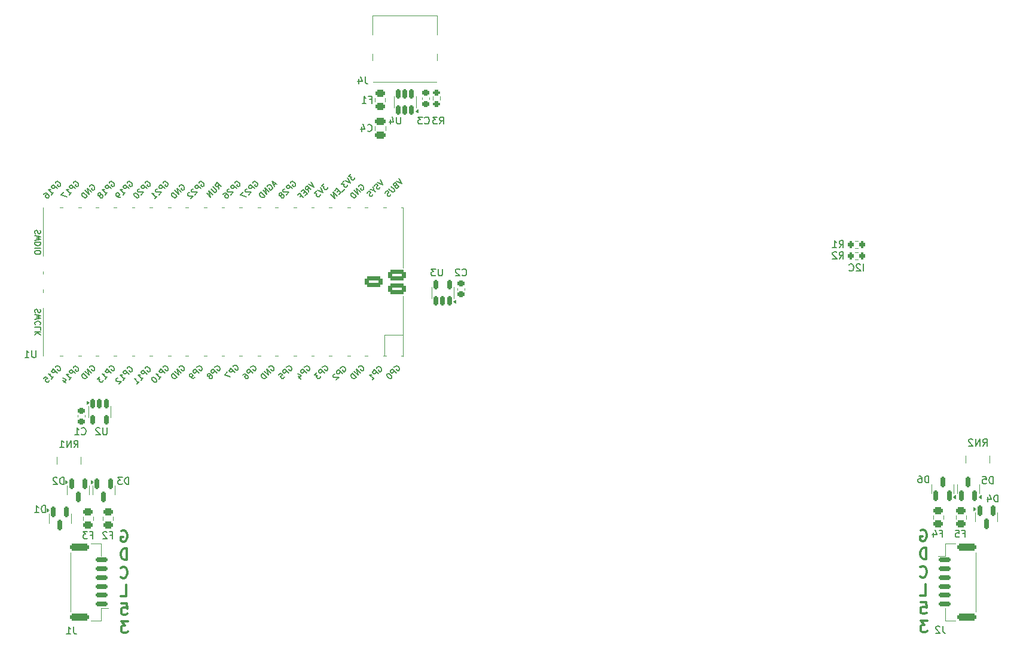
<source format=gbo>
%TF.GenerationSoftware,KiCad,Pcbnew,8.0.3*%
%TF.CreationDate,2024-07-30T03:57:46+02:00*%
%TF.ProjectId,iidx_pico,69696478-5f70-4696-936f-2e6b69636164,rev?*%
%TF.SameCoordinates,Original*%
%TF.FileFunction,Legend,Bot*%
%TF.FilePolarity,Positive*%
%FSLAX46Y46*%
G04 Gerber Fmt 4.6, Leading zero omitted, Abs format (unit mm)*
G04 Created by KiCad (PCBNEW 8.0.3) date 2024-07-30 03:57:46*
%MOMM*%
%LPD*%
G01*
G04 APERTURE LIST*
G04 Aperture macros list*
%AMRoundRect*
0 Rectangle with rounded corners*
0 $1 Rounding radius*
0 $2 $3 $4 $5 $6 $7 $8 $9 X,Y pos of 4 corners*
0 Add a 4 corners polygon primitive as box body*
4,1,4,$2,$3,$4,$5,$6,$7,$8,$9,$2,$3,0*
0 Add four circle primitives for the rounded corners*
1,1,$1+$1,$2,$3*
1,1,$1+$1,$4,$5*
1,1,$1+$1,$6,$7*
1,1,$1+$1,$8,$9*
0 Add four rect primitives between the rounded corners*
20,1,$1+$1,$2,$3,$4,$5,0*
20,1,$1+$1,$4,$5,$6,$7,0*
20,1,$1+$1,$6,$7,$8,$9,0*
20,1,$1+$1,$8,$9,$2,$3,0*%
G04 Aperture macros list end*
%ADD10C,0.150000*%
%ADD11C,0.300000*%
%ADD12C,0.120000*%
%ADD13O,1.700000X1.700000*%
%ADD14R,1.700000X3.500000*%
%ADD15R,1.700000X1.700000*%
%ADD16R,3.500000X1.700000*%
%ADD17RoundRect,0.300000X0.950000X-0.450000X0.950000X0.450000X-0.950000X0.450000X-0.950000X-0.450000X0*%
%ADD18RoundRect,0.200000X0.200000X0.275000X-0.200000X0.275000X-0.200000X-0.275000X0.200000X-0.275000X0*%
%ADD19RoundRect,0.250000X-1.100000X0.250000X-1.100000X-0.250000X1.100000X-0.250000X1.100000X0.250000X0*%
%ADD20RoundRect,0.150000X-0.700000X0.150000X-0.700000X-0.150000X0.700000X-0.150000X0.700000X0.150000X0*%
%ADD21RoundRect,0.150000X0.700000X-0.150000X0.700000X0.150000X-0.700000X0.150000X-0.700000X-0.150000X0*%
%ADD22RoundRect,0.250000X1.100000X-0.250000X1.100000X0.250000X-1.100000X0.250000X-1.100000X-0.250000X0*%
%ADD23C,2.200000*%
%ADD24C,1.900000*%
%ADD25C,5.050000*%
%ADD26C,2.600000*%
%ADD27C,3.200000*%
%ADD28R,0.500000X0.800000*%
%ADD29R,0.400000X0.800000*%
%ADD30RoundRect,0.150000X-0.150000X0.512500X-0.150000X-0.512500X0.150000X-0.512500X0.150000X0.512500X0*%
%ADD31RoundRect,0.243750X-0.456250X0.243750X-0.456250X-0.243750X0.456250X-0.243750X0.456250X0.243750X0*%
%ADD32RoundRect,0.225000X-0.250000X0.225000X-0.250000X-0.225000X0.250000X-0.225000X0.250000X0.225000X0*%
%ADD33RoundRect,0.150000X-0.150000X0.587500X-0.150000X-0.587500X0.150000X-0.587500X0.150000X0.587500X0*%
%ADD34RoundRect,0.200000X-0.275000X0.200000X-0.275000X-0.200000X0.275000X-0.200000X0.275000X0.200000X0*%
%ADD35RoundRect,0.150000X0.150000X-0.587500X0.150000X0.587500X-0.150000X0.587500X-0.150000X-0.587500X0*%
%ADD36RoundRect,0.225000X0.250000X-0.225000X0.250000X0.225000X-0.250000X0.225000X-0.250000X-0.225000X0*%
%ADD37C,0.700000*%
%ADD38O,0.900000X1.700000*%
%ADD39O,0.900000X2.400000*%
%ADD40RoundRect,0.250000X-0.475000X0.250000X-0.475000X-0.250000X0.475000X-0.250000X0.475000X0.250000X0*%
%ADD41RoundRect,0.150000X0.150000X-0.512500X0.150000X0.512500X-0.150000X0.512500X-0.150000X-0.512500X0*%
G04 APERTURE END LIST*
D10*
X185496189Y-55369819D02*
X185496189Y-54369819D01*
X185067618Y-54465057D02*
X185019999Y-54417438D01*
X185019999Y-54417438D02*
X184924761Y-54369819D01*
X184924761Y-54369819D02*
X184686666Y-54369819D01*
X184686666Y-54369819D02*
X184591428Y-54417438D01*
X184591428Y-54417438D02*
X184543809Y-54465057D01*
X184543809Y-54465057D02*
X184496190Y-54560295D01*
X184496190Y-54560295D02*
X184496190Y-54655533D01*
X184496190Y-54655533D02*
X184543809Y-54798390D01*
X184543809Y-54798390D02*
X185115237Y-55369819D01*
X185115237Y-55369819D02*
X184496190Y-55369819D01*
X183496190Y-55274580D02*
X183543809Y-55322200D01*
X183543809Y-55322200D02*
X183686666Y-55369819D01*
X183686666Y-55369819D02*
X183781904Y-55369819D01*
X183781904Y-55369819D02*
X183924761Y-55322200D01*
X183924761Y-55322200D02*
X184019999Y-55226961D01*
X184019999Y-55226961D02*
X184067618Y-55131723D01*
X184067618Y-55131723D02*
X184115237Y-54941247D01*
X184115237Y-54941247D02*
X184115237Y-54798390D01*
X184115237Y-54798390D02*
X184067618Y-54607914D01*
X184067618Y-54607914D02*
X184019999Y-54512676D01*
X184019999Y-54512676D02*
X183924761Y-54417438D01*
X183924761Y-54417438D02*
X183781904Y-54369819D01*
X183781904Y-54369819D02*
X183686666Y-54369819D01*
X183686666Y-54369819D02*
X183543809Y-54417438D01*
X183543809Y-54417438D02*
X183496190Y-54465057D01*
D11*
X80427142Y-92161005D02*
X80570000Y-92084815D01*
X80570000Y-92084815D02*
X80784285Y-92084815D01*
X80784285Y-92084815D02*
X80998571Y-92161005D01*
X80998571Y-92161005D02*
X81141428Y-92313386D01*
X81141428Y-92313386D02*
X81212857Y-92465767D01*
X81212857Y-92465767D02*
X81284285Y-92770529D01*
X81284285Y-92770529D02*
X81284285Y-92999101D01*
X81284285Y-92999101D02*
X81212857Y-93303863D01*
X81212857Y-93303863D02*
X81141428Y-93456244D01*
X81141428Y-93456244D02*
X80998571Y-93608625D01*
X80998571Y-93608625D02*
X80784285Y-93684815D01*
X80784285Y-93684815D02*
X80641428Y-93684815D01*
X80641428Y-93684815D02*
X80427142Y-93608625D01*
X80427142Y-93608625D02*
X80355714Y-93532434D01*
X80355714Y-93532434D02*
X80355714Y-92999101D01*
X80355714Y-92999101D02*
X80641428Y-92999101D01*
X81212857Y-96260725D02*
X81212857Y-94660725D01*
X81212857Y-94660725D02*
X80855714Y-94660725D01*
X80855714Y-94660725D02*
X80641428Y-94736915D01*
X80641428Y-94736915D02*
X80498571Y-94889296D01*
X80498571Y-94889296D02*
X80427142Y-95041677D01*
X80427142Y-95041677D02*
X80355714Y-95346439D01*
X80355714Y-95346439D02*
X80355714Y-95575011D01*
X80355714Y-95575011D02*
X80427142Y-95879773D01*
X80427142Y-95879773D02*
X80498571Y-96032154D01*
X80498571Y-96032154D02*
X80641428Y-96184535D01*
X80641428Y-96184535D02*
X80855714Y-96260725D01*
X80855714Y-96260725D02*
X81212857Y-96260725D01*
X80355714Y-98684254D02*
X80427142Y-98760445D01*
X80427142Y-98760445D02*
X80641428Y-98836635D01*
X80641428Y-98836635D02*
X80784285Y-98836635D01*
X80784285Y-98836635D02*
X80998571Y-98760445D01*
X80998571Y-98760445D02*
X81141428Y-98608064D01*
X81141428Y-98608064D02*
X81212857Y-98455683D01*
X81212857Y-98455683D02*
X81284285Y-98150921D01*
X81284285Y-98150921D02*
X81284285Y-97922349D01*
X81284285Y-97922349D02*
X81212857Y-97617587D01*
X81212857Y-97617587D02*
X81141428Y-97465206D01*
X81141428Y-97465206D02*
X80998571Y-97312825D01*
X80998571Y-97312825D02*
X80784285Y-97236635D01*
X80784285Y-97236635D02*
X80641428Y-97236635D01*
X80641428Y-97236635D02*
X80427142Y-97312825D01*
X80427142Y-97312825D02*
X80355714Y-97389016D01*
X80355714Y-101412545D02*
X81070000Y-101412545D01*
X81070000Y-101412545D02*
X81070000Y-99812545D01*
X80462856Y-102388455D02*
X81177142Y-102388455D01*
X81177142Y-102388455D02*
X81248570Y-103150360D01*
X81248570Y-103150360D02*
X81177142Y-103074169D01*
X81177142Y-103074169D02*
X81034285Y-102997979D01*
X81034285Y-102997979D02*
X80677142Y-102997979D01*
X80677142Y-102997979D02*
X80534285Y-103074169D01*
X80534285Y-103074169D02*
X80462856Y-103150360D01*
X80462856Y-103150360D02*
X80391427Y-103302741D01*
X80391427Y-103302741D02*
X80391427Y-103683693D01*
X80391427Y-103683693D02*
X80462856Y-103836074D01*
X80462856Y-103836074D02*
X80534285Y-103912265D01*
X80534285Y-103912265D02*
X80677142Y-103988455D01*
X80677142Y-103988455D02*
X81034285Y-103988455D01*
X81034285Y-103988455D02*
X81177142Y-103912265D01*
X81177142Y-103912265D02*
X81248570Y-103836074D01*
X81319999Y-104964365D02*
X80391427Y-104964365D01*
X80391427Y-104964365D02*
X80891427Y-105573889D01*
X80891427Y-105573889D02*
X80677142Y-105573889D01*
X80677142Y-105573889D02*
X80534285Y-105650079D01*
X80534285Y-105650079D02*
X80462856Y-105726270D01*
X80462856Y-105726270D02*
X80391427Y-105878651D01*
X80391427Y-105878651D02*
X80391427Y-106259603D01*
X80391427Y-106259603D02*
X80462856Y-106411984D01*
X80462856Y-106411984D02*
X80534285Y-106488175D01*
X80534285Y-106488175D02*
X80677142Y-106564365D01*
X80677142Y-106564365D02*
X81105713Y-106564365D01*
X81105713Y-106564365D02*
X81248570Y-106488175D01*
X81248570Y-106488175D02*
X81319999Y-106411984D01*
X193627142Y-92061005D02*
X193770000Y-91984815D01*
X193770000Y-91984815D02*
X193984285Y-91984815D01*
X193984285Y-91984815D02*
X194198571Y-92061005D01*
X194198571Y-92061005D02*
X194341428Y-92213386D01*
X194341428Y-92213386D02*
X194412857Y-92365767D01*
X194412857Y-92365767D02*
X194484285Y-92670529D01*
X194484285Y-92670529D02*
X194484285Y-92899101D01*
X194484285Y-92899101D02*
X194412857Y-93203863D01*
X194412857Y-93203863D02*
X194341428Y-93356244D01*
X194341428Y-93356244D02*
X194198571Y-93508625D01*
X194198571Y-93508625D02*
X193984285Y-93584815D01*
X193984285Y-93584815D02*
X193841428Y-93584815D01*
X193841428Y-93584815D02*
X193627142Y-93508625D01*
X193627142Y-93508625D02*
X193555714Y-93432434D01*
X193555714Y-93432434D02*
X193555714Y-92899101D01*
X193555714Y-92899101D02*
X193841428Y-92899101D01*
X194412857Y-96160725D02*
X194412857Y-94560725D01*
X194412857Y-94560725D02*
X194055714Y-94560725D01*
X194055714Y-94560725D02*
X193841428Y-94636915D01*
X193841428Y-94636915D02*
X193698571Y-94789296D01*
X193698571Y-94789296D02*
X193627142Y-94941677D01*
X193627142Y-94941677D02*
X193555714Y-95246439D01*
X193555714Y-95246439D02*
X193555714Y-95475011D01*
X193555714Y-95475011D02*
X193627142Y-95779773D01*
X193627142Y-95779773D02*
X193698571Y-95932154D01*
X193698571Y-95932154D02*
X193841428Y-96084535D01*
X193841428Y-96084535D02*
X194055714Y-96160725D01*
X194055714Y-96160725D02*
X194412857Y-96160725D01*
X193555714Y-98584254D02*
X193627142Y-98660445D01*
X193627142Y-98660445D02*
X193841428Y-98736635D01*
X193841428Y-98736635D02*
X193984285Y-98736635D01*
X193984285Y-98736635D02*
X194198571Y-98660445D01*
X194198571Y-98660445D02*
X194341428Y-98508064D01*
X194341428Y-98508064D02*
X194412857Y-98355683D01*
X194412857Y-98355683D02*
X194484285Y-98050921D01*
X194484285Y-98050921D02*
X194484285Y-97822349D01*
X194484285Y-97822349D02*
X194412857Y-97517587D01*
X194412857Y-97517587D02*
X194341428Y-97365206D01*
X194341428Y-97365206D02*
X194198571Y-97212825D01*
X194198571Y-97212825D02*
X193984285Y-97136635D01*
X193984285Y-97136635D02*
X193841428Y-97136635D01*
X193841428Y-97136635D02*
X193627142Y-97212825D01*
X193627142Y-97212825D02*
X193555714Y-97289016D01*
X193555714Y-101312545D02*
X194270000Y-101312545D01*
X194270000Y-101312545D02*
X194270000Y-99712545D01*
X193662856Y-102288455D02*
X194377142Y-102288455D01*
X194377142Y-102288455D02*
X194448570Y-103050360D01*
X194448570Y-103050360D02*
X194377142Y-102974169D01*
X194377142Y-102974169D02*
X194234285Y-102897979D01*
X194234285Y-102897979D02*
X193877142Y-102897979D01*
X193877142Y-102897979D02*
X193734285Y-102974169D01*
X193734285Y-102974169D02*
X193662856Y-103050360D01*
X193662856Y-103050360D02*
X193591427Y-103202741D01*
X193591427Y-103202741D02*
X193591427Y-103583693D01*
X193591427Y-103583693D02*
X193662856Y-103736074D01*
X193662856Y-103736074D02*
X193734285Y-103812265D01*
X193734285Y-103812265D02*
X193877142Y-103888455D01*
X193877142Y-103888455D02*
X194234285Y-103888455D01*
X194234285Y-103888455D02*
X194377142Y-103812265D01*
X194377142Y-103812265D02*
X194448570Y-103736074D01*
X194519999Y-104864365D02*
X193591427Y-104864365D01*
X193591427Y-104864365D02*
X194091427Y-105473889D01*
X194091427Y-105473889D02*
X193877142Y-105473889D01*
X193877142Y-105473889D02*
X193734285Y-105550079D01*
X193734285Y-105550079D02*
X193662856Y-105626270D01*
X193662856Y-105626270D02*
X193591427Y-105778651D01*
X193591427Y-105778651D02*
X193591427Y-106159603D01*
X193591427Y-106159603D02*
X193662856Y-106311984D01*
X193662856Y-106311984D02*
X193734285Y-106388175D01*
X193734285Y-106388175D02*
X193877142Y-106464365D01*
X193877142Y-106464365D02*
X194305713Y-106464365D01*
X194305713Y-106464365D02*
X194448570Y-106388175D01*
X194448570Y-106388175D02*
X194519999Y-106311984D01*
D10*
X68331904Y-66604819D02*
X68331904Y-67414342D01*
X68331904Y-67414342D02*
X68284285Y-67509580D01*
X68284285Y-67509580D02*
X68236666Y-67557200D01*
X68236666Y-67557200D02*
X68141428Y-67604819D01*
X68141428Y-67604819D02*
X67950952Y-67604819D01*
X67950952Y-67604819D02*
X67855714Y-67557200D01*
X67855714Y-67557200D02*
X67808095Y-67509580D01*
X67808095Y-67509580D02*
X67760476Y-67414342D01*
X67760476Y-67414342D02*
X67760476Y-66604819D01*
X66760476Y-67604819D02*
X67331904Y-67604819D01*
X67046190Y-67604819D02*
X67046190Y-66604819D01*
X67046190Y-66604819D02*
X67141428Y-66747676D01*
X67141428Y-66747676D02*
X67236666Y-66842914D01*
X67236666Y-66842914D02*
X67331904Y-66890533D01*
X114018431Y-68986435D02*
X114045368Y-68905623D01*
X114045368Y-68905623D02*
X114126180Y-68824811D01*
X114126180Y-68824811D02*
X114233930Y-68770936D01*
X114233930Y-68770936D02*
X114341680Y-68770936D01*
X114341680Y-68770936D02*
X114422492Y-68797873D01*
X114422492Y-68797873D02*
X114557179Y-68878685D01*
X114557179Y-68878685D02*
X114637991Y-68959498D01*
X114637991Y-68959498D02*
X114718803Y-69094185D01*
X114718803Y-69094185D02*
X114745741Y-69174997D01*
X114745741Y-69174997D02*
X114745741Y-69282746D01*
X114745741Y-69282746D02*
X114691866Y-69390496D01*
X114691866Y-69390496D02*
X114637991Y-69444371D01*
X114637991Y-69444371D02*
X114530241Y-69498246D01*
X114530241Y-69498246D02*
X114476367Y-69498246D01*
X114476367Y-69498246D02*
X114287805Y-69309684D01*
X114287805Y-69309684D02*
X114395554Y-69201934D01*
X114287805Y-69794557D02*
X113722119Y-69228872D01*
X113722119Y-69228872D02*
X113964556Y-70117806D01*
X113964556Y-70117806D02*
X113398871Y-69552120D01*
X113695182Y-70387180D02*
X113129497Y-69821494D01*
X113129497Y-69821494D02*
X112994810Y-69956181D01*
X112994810Y-69956181D02*
X112940935Y-70063931D01*
X112940935Y-70063931D02*
X112940935Y-70171680D01*
X112940935Y-70171680D02*
X112967872Y-70252493D01*
X112967872Y-70252493D02*
X113048685Y-70387180D01*
X113048685Y-70387180D02*
X113129497Y-70467992D01*
X113129497Y-70467992D02*
X113264184Y-70548804D01*
X113264184Y-70548804D02*
X113344996Y-70575741D01*
X113344996Y-70575741D02*
X113452746Y-70575741D01*
X113452746Y-70575741D02*
X113560495Y-70521867D01*
X113560495Y-70521867D02*
X113695182Y-70387180D01*
X86320868Y-68997998D02*
X86347805Y-68917185D01*
X86347805Y-68917185D02*
X86428618Y-68836373D01*
X86428618Y-68836373D02*
X86536367Y-68782498D01*
X86536367Y-68782498D02*
X86644117Y-68782498D01*
X86644117Y-68782498D02*
X86724929Y-68809436D01*
X86724929Y-68809436D02*
X86859616Y-68890248D01*
X86859616Y-68890248D02*
X86940428Y-68971060D01*
X86940428Y-68971060D02*
X87021241Y-69105747D01*
X87021241Y-69105747D02*
X87048178Y-69186560D01*
X87048178Y-69186560D02*
X87048178Y-69294309D01*
X87048178Y-69294309D02*
X86994303Y-69402059D01*
X86994303Y-69402059D02*
X86940428Y-69455934D01*
X86940428Y-69455934D02*
X86832679Y-69509808D01*
X86832679Y-69509808D02*
X86778804Y-69509808D01*
X86778804Y-69509808D02*
X86590242Y-69321247D01*
X86590242Y-69321247D02*
X86697992Y-69213497D01*
X86590242Y-69806120D02*
X86024557Y-69240434D01*
X86024557Y-69240434D02*
X85809057Y-69455934D01*
X85809057Y-69455934D02*
X85782120Y-69536746D01*
X85782120Y-69536746D02*
X85782120Y-69590621D01*
X85782120Y-69590621D02*
X85809057Y-69671433D01*
X85809057Y-69671433D02*
X85889870Y-69752245D01*
X85889870Y-69752245D02*
X85970682Y-69779182D01*
X85970682Y-69779182D02*
X86024557Y-69779182D01*
X86024557Y-69779182D02*
X86105369Y-69752245D01*
X86105369Y-69752245D02*
X86320868Y-69536746D01*
X85728245Y-70668117D02*
X86051494Y-70344868D01*
X85889870Y-70506492D02*
X85324184Y-69940807D01*
X85324184Y-69940807D02*
X85458871Y-69967744D01*
X85458871Y-69967744D02*
X85566621Y-69967744D01*
X85566621Y-69967744D02*
X85647433Y-69940807D01*
X84812373Y-70452618D02*
X84758499Y-70506492D01*
X84758499Y-70506492D02*
X84731561Y-70587305D01*
X84731561Y-70587305D02*
X84731561Y-70641179D01*
X84731561Y-70641179D02*
X84758499Y-70721992D01*
X84758499Y-70721992D02*
X84839311Y-70856679D01*
X84839311Y-70856679D02*
X84973998Y-70991366D01*
X84973998Y-70991366D02*
X85108685Y-71072178D01*
X85108685Y-71072178D02*
X85189497Y-71099115D01*
X85189497Y-71099115D02*
X85243372Y-71099115D01*
X85243372Y-71099115D02*
X85324184Y-71072178D01*
X85324184Y-71072178D02*
X85378059Y-71018303D01*
X85378059Y-71018303D02*
X85404996Y-70937491D01*
X85404996Y-70937491D02*
X85404996Y-70883616D01*
X85404996Y-70883616D02*
X85378059Y-70802804D01*
X85378059Y-70802804D02*
X85297247Y-70668117D01*
X85297247Y-70668117D02*
X85162560Y-70533430D01*
X85162560Y-70533430D02*
X85027873Y-70452618D01*
X85027873Y-70452618D02*
X84947060Y-70425680D01*
X84947060Y-70425680D02*
X84893186Y-70425680D01*
X84893186Y-70425680D02*
X84812373Y-70452618D01*
X101318431Y-68986435D02*
X101345368Y-68905623D01*
X101345368Y-68905623D02*
X101426180Y-68824811D01*
X101426180Y-68824811D02*
X101533930Y-68770936D01*
X101533930Y-68770936D02*
X101641680Y-68770936D01*
X101641680Y-68770936D02*
X101722492Y-68797873D01*
X101722492Y-68797873D02*
X101857179Y-68878685D01*
X101857179Y-68878685D02*
X101937991Y-68959498D01*
X101937991Y-68959498D02*
X102018803Y-69094185D01*
X102018803Y-69094185D02*
X102045741Y-69174997D01*
X102045741Y-69174997D02*
X102045741Y-69282746D01*
X102045741Y-69282746D02*
X101991866Y-69390496D01*
X101991866Y-69390496D02*
X101937991Y-69444371D01*
X101937991Y-69444371D02*
X101830241Y-69498246D01*
X101830241Y-69498246D02*
X101776367Y-69498246D01*
X101776367Y-69498246D02*
X101587805Y-69309684D01*
X101587805Y-69309684D02*
X101695554Y-69201934D01*
X101587805Y-69794557D02*
X101022119Y-69228872D01*
X101022119Y-69228872D02*
X101264556Y-70117806D01*
X101264556Y-70117806D02*
X100698871Y-69552120D01*
X100995182Y-70387180D02*
X100429497Y-69821494D01*
X100429497Y-69821494D02*
X100294810Y-69956181D01*
X100294810Y-69956181D02*
X100240935Y-70063931D01*
X100240935Y-70063931D02*
X100240935Y-70171680D01*
X100240935Y-70171680D02*
X100267872Y-70252493D01*
X100267872Y-70252493D02*
X100348685Y-70387180D01*
X100348685Y-70387180D02*
X100429497Y-70467992D01*
X100429497Y-70467992D02*
X100564184Y-70548804D01*
X100564184Y-70548804D02*
X100644996Y-70575741D01*
X100644996Y-70575741D02*
X100752746Y-70575741D01*
X100752746Y-70575741D02*
X100860495Y-70521867D01*
X100860495Y-70521867D02*
X100995182Y-70387180D01*
X107280242Y-42720749D02*
X107657366Y-43474996D01*
X107657366Y-43474996D02*
X106903118Y-43097873D01*
X106956993Y-44175369D02*
X106876181Y-43717433D01*
X107280242Y-43852120D02*
X106714557Y-43286434D01*
X106714557Y-43286434D02*
X106499057Y-43501934D01*
X106499057Y-43501934D02*
X106472120Y-43582746D01*
X106472120Y-43582746D02*
X106472120Y-43636621D01*
X106472120Y-43636621D02*
X106499057Y-43717433D01*
X106499057Y-43717433D02*
X106579870Y-43798245D01*
X106579870Y-43798245D02*
X106660682Y-43825182D01*
X106660682Y-43825182D02*
X106714557Y-43825182D01*
X106714557Y-43825182D02*
X106795369Y-43798245D01*
X106795369Y-43798245D02*
X107010868Y-43582746D01*
X106418245Y-44121494D02*
X106229683Y-44310056D01*
X106445183Y-44687179D02*
X106714557Y-44417805D01*
X106714557Y-44417805D02*
X106148871Y-43852120D01*
X106148871Y-43852120D02*
X105879497Y-44121494D01*
X105717873Y-44821867D02*
X105906434Y-44633305D01*
X106202746Y-44929616D02*
X105637060Y-44363931D01*
X105637060Y-44363931D02*
X105367686Y-44633305D01*
X93671494Y-69013372D02*
X93698431Y-68932560D01*
X93698431Y-68932560D02*
X93779243Y-68851748D01*
X93779243Y-68851748D02*
X93886993Y-68797873D01*
X93886993Y-68797873D02*
X93994742Y-68797873D01*
X93994742Y-68797873D02*
X94075555Y-68824810D01*
X94075555Y-68824810D02*
X94210242Y-68905623D01*
X94210242Y-68905623D02*
X94291054Y-68986435D01*
X94291054Y-68986435D02*
X94371866Y-69121122D01*
X94371866Y-69121122D02*
X94398803Y-69201934D01*
X94398803Y-69201934D02*
X94398803Y-69309684D01*
X94398803Y-69309684D02*
X94344929Y-69417433D01*
X94344929Y-69417433D02*
X94291054Y-69471308D01*
X94291054Y-69471308D02*
X94183304Y-69525183D01*
X94183304Y-69525183D02*
X94129429Y-69525183D01*
X94129429Y-69525183D02*
X93940868Y-69336621D01*
X93940868Y-69336621D02*
X94048617Y-69228871D01*
X93940868Y-69821494D02*
X93375182Y-69255809D01*
X93375182Y-69255809D02*
X93159683Y-69471308D01*
X93159683Y-69471308D02*
X93132746Y-69552120D01*
X93132746Y-69552120D02*
X93132746Y-69605995D01*
X93132746Y-69605995D02*
X93159683Y-69686807D01*
X93159683Y-69686807D02*
X93240495Y-69767619D01*
X93240495Y-69767619D02*
X93321307Y-69794557D01*
X93321307Y-69794557D02*
X93375182Y-69794557D01*
X93375182Y-69794557D02*
X93455994Y-69767619D01*
X93455994Y-69767619D02*
X93671494Y-69552120D01*
X92971121Y-70144743D02*
X92998059Y-70063931D01*
X92998059Y-70063931D02*
X92998059Y-70010056D01*
X92998059Y-70010056D02*
X92971121Y-69929244D01*
X92971121Y-69929244D02*
X92944184Y-69902306D01*
X92944184Y-69902306D02*
X92863372Y-69875369D01*
X92863372Y-69875369D02*
X92809497Y-69875369D01*
X92809497Y-69875369D02*
X92728685Y-69902306D01*
X92728685Y-69902306D02*
X92620935Y-70010056D01*
X92620935Y-70010056D02*
X92593998Y-70090868D01*
X92593998Y-70090868D02*
X92593998Y-70144743D01*
X92593998Y-70144743D02*
X92620935Y-70225555D01*
X92620935Y-70225555D02*
X92647872Y-70252493D01*
X92647872Y-70252493D02*
X92728685Y-70279430D01*
X92728685Y-70279430D02*
X92782559Y-70279430D01*
X92782559Y-70279430D02*
X92863372Y-70252493D01*
X92863372Y-70252493D02*
X92971121Y-70144743D01*
X92971121Y-70144743D02*
X93051933Y-70117806D01*
X93051933Y-70117806D02*
X93105808Y-70117806D01*
X93105808Y-70117806D02*
X93186620Y-70144743D01*
X93186620Y-70144743D02*
X93294370Y-70252493D01*
X93294370Y-70252493D02*
X93321307Y-70333305D01*
X93321307Y-70333305D02*
X93321307Y-70387180D01*
X93321307Y-70387180D02*
X93294370Y-70467992D01*
X93294370Y-70467992D02*
X93186620Y-70575741D01*
X93186620Y-70575741D02*
X93105808Y-70602679D01*
X93105808Y-70602679D02*
X93051933Y-70602679D01*
X93051933Y-70602679D02*
X92971121Y-70575741D01*
X92971121Y-70575741D02*
X92863372Y-70467992D01*
X92863372Y-70467992D02*
X92836434Y-70387180D01*
X92836434Y-70387180D02*
X92836434Y-70333305D01*
X92836434Y-70333305D02*
X92863372Y-70252493D01*
X75918431Y-43386435D02*
X75945368Y-43305623D01*
X75945368Y-43305623D02*
X76026180Y-43224811D01*
X76026180Y-43224811D02*
X76133930Y-43170936D01*
X76133930Y-43170936D02*
X76241680Y-43170936D01*
X76241680Y-43170936D02*
X76322492Y-43197873D01*
X76322492Y-43197873D02*
X76457179Y-43278685D01*
X76457179Y-43278685D02*
X76537991Y-43359498D01*
X76537991Y-43359498D02*
X76618803Y-43494185D01*
X76618803Y-43494185D02*
X76645741Y-43574997D01*
X76645741Y-43574997D02*
X76645741Y-43682746D01*
X76645741Y-43682746D02*
X76591866Y-43790496D01*
X76591866Y-43790496D02*
X76537991Y-43844371D01*
X76537991Y-43844371D02*
X76430241Y-43898246D01*
X76430241Y-43898246D02*
X76376367Y-43898246D01*
X76376367Y-43898246D02*
X76187805Y-43709684D01*
X76187805Y-43709684D02*
X76295554Y-43601934D01*
X76187805Y-44194557D02*
X75622119Y-43628872D01*
X75622119Y-43628872D02*
X75864556Y-44517806D01*
X75864556Y-44517806D02*
X75298871Y-43952120D01*
X75595182Y-44787180D02*
X75029497Y-44221494D01*
X75029497Y-44221494D02*
X74894810Y-44356181D01*
X74894810Y-44356181D02*
X74840935Y-44463931D01*
X74840935Y-44463931D02*
X74840935Y-44571680D01*
X74840935Y-44571680D02*
X74867872Y-44652493D01*
X74867872Y-44652493D02*
X74948685Y-44787180D01*
X74948685Y-44787180D02*
X75029497Y-44867992D01*
X75029497Y-44867992D02*
X75164184Y-44948804D01*
X75164184Y-44948804D02*
X75244996Y-44975741D01*
X75244996Y-44975741D02*
X75352746Y-44975741D01*
X75352746Y-44975741D02*
X75460495Y-44921867D01*
X75460495Y-44921867D02*
X75595182Y-44787180D01*
X103831494Y-69013372D02*
X103858431Y-68932560D01*
X103858431Y-68932560D02*
X103939243Y-68851748D01*
X103939243Y-68851748D02*
X104046993Y-68797873D01*
X104046993Y-68797873D02*
X104154742Y-68797873D01*
X104154742Y-68797873D02*
X104235555Y-68824810D01*
X104235555Y-68824810D02*
X104370242Y-68905623D01*
X104370242Y-68905623D02*
X104451054Y-68986435D01*
X104451054Y-68986435D02*
X104531866Y-69121122D01*
X104531866Y-69121122D02*
X104558803Y-69201934D01*
X104558803Y-69201934D02*
X104558803Y-69309684D01*
X104558803Y-69309684D02*
X104504929Y-69417433D01*
X104504929Y-69417433D02*
X104451054Y-69471308D01*
X104451054Y-69471308D02*
X104343304Y-69525183D01*
X104343304Y-69525183D02*
X104289429Y-69525183D01*
X104289429Y-69525183D02*
X104100868Y-69336621D01*
X104100868Y-69336621D02*
X104208617Y-69228871D01*
X104100868Y-69821494D02*
X103535182Y-69255809D01*
X103535182Y-69255809D02*
X103319683Y-69471308D01*
X103319683Y-69471308D02*
X103292746Y-69552120D01*
X103292746Y-69552120D02*
X103292746Y-69605995D01*
X103292746Y-69605995D02*
X103319683Y-69686807D01*
X103319683Y-69686807D02*
X103400495Y-69767619D01*
X103400495Y-69767619D02*
X103481307Y-69794557D01*
X103481307Y-69794557D02*
X103535182Y-69794557D01*
X103535182Y-69794557D02*
X103615994Y-69767619D01*
X103615994Y-69767619D02*
X103831494Y-69552120D01*
X102700123Y-70090868D02*
X102969497Y-69821494D01*
X102969497Y-69821494D02*
X103265808Y-70063931D01*
X103265808Y-70063931D02*
X103211933Y-70063931D01*
X103211933Y-70063931D02*
X103131121Y-70090868D01*
X103131121Y-70090868D02*
X102996434Y-70225555D01*
X102996434Y-70225555D02*
X102969497Y-70306367D01*
X102969497Y-70306367D02*
X102969497Y-70360242D01*
X102969497Y-70360242D02*
X102996434Y-70441054D01*
X102996434Y-70441054D02*
X103131121Y-70575741D01*
X103131121Y-70575741D02*
X103211933Y-70602679D01*
X103211933Y-70602679D02*
X103265808Y-70602679D01*
X103265808Y-70602679D02*
X103346620Y-70575741D01*
X103346620Y-70575741D02*
X103481307Y-70441054D01*
X103481307Y-70441054D02*
X103508245Y-70360242D01*
X103508245Y-70360242D02*
X103508245Y-70306367D01*
X99010868Y-42889998D02*
X99037805Y-42809185D01*
X99037805Y-42809185D02*
X99118618Y-42728373D01*
X99118618Y-42728373D02*
X99226367Y-42674498D01*
X99226367Y-42674498D02*
X99334117Y-42674498D01*
X99334117Y-42674498D02*
X99414929Y-42701436D01*
X99414929Y-42701436D02*
X99549616Y-42782248D01*
X99549616Y-42782248D02*
X99630428Y-42863060D01*
X99630428Y-42863060D02*
X99711241Y-42997747D01*
X99711241Y-42997747D02*
X99738178Y-43078560D01*
X99738178Y-43078560D02*
X99738178Y-43186309D01*
X99738178Y-43186309D02*
X99684303Y-43294059D01*
X99684303Y-43294059D02*
X99630428Y-43347934D01*
X99630428Y-43347934D02*
X99522679Y-43401808D01*
X99522679Y-43401808D02*
X99468804Y-43401808D01*
X99468804Y-43401808D02*
X99280242Y-43213247D01*
X99280242Y-43213247D02*
X99387992Y-43105497D01*
X99280242Y-43698120D02*
X98714557Y-43132434D01*
X98714557Y-43132434D02*
X98499057Y-43347934D01*
X98499057Y-43347934D02*
X98472120Y-43428746D01*
X98472120Y-43428746D02*
X98472120Y-43482621D01*
X98472120Y-43482621D02*
X98499057Y-43563433D01*
X98499057Y-43563433D02*
X98579870Y-43644245D01*
X98579870Y-43644245D02*
X98660682Y-43671182D01*
X98660682Y-43671182D02*
X98714557Y-43671182D01*
X98714557Y-43671182D02*
X98795369Y-43644245D01*
X98795369Y-43644245D02*
X99010868Y-43428746D01*
X98229683Y-43725057D02*
X98175809Y-43725057D01*
X98175809Y-43725057D02*
X98094996Y-43751995D01*
X98094996Y-43751995D02*
X97960309Y-43886682D01*
X97960309Y-43886682D02*
X97933372Y-43967494D01*
X97933372Y-43967494D02*
X97933372Y-44021369D01*
X97933372Y-44021369D02*
X97960309Y-44102181D01*
X97960309Y-44102181D02*
X98014184Y-44156056D01*
X98014184Y-44156056D02*
X98121934Y-44209930D01*
X98121934Y-44209930D02*
X98768431Y-44209930D01*
X98768431Y-44209930D02*
X98418245Y-44560117D01*
X97663998Y-44182993D02*
X97286874Y-44560117D01*
X97286874Y-44560117D02*
X98094996Y-44883366D01*
X108911494Y-69013372D02*
X108938431Y-68932560D01*
X108938431Y-68932560D02*
X109019243Y-68851748D01*
X109019243Y-68851748D02*
X109126993Y-68797873D01*
X109126993Y-68797873D02*
X109234742Y-68797873D01*
X109234742Y-68797873D02*
X109315555Y-68824810D01*
X109315555Y-68824810D02*
X109450242Y-68905623D01*
X109450242Y-68905623D02*
X109531054Y-68986435D01*
X109531054Y-68986435D02*
X109611866Y-69121122D01*
X109611866Y-69121122D02*
X109638803Y-69201934D01*
X109638803Y-69201934D02*
X109638803Y-69309684D01*
X109638803Y-69309684D02*
X109584929Y-69417433D01*
X109584929Y-69417433D02*
X109531054Y-69471308D01*
X109531054Y-69471308D02*
X109423304Y-69525183D01*
X109423304Y-69525183D02*
X109369429Y-69525183D01*
X109369429Y-69525183D02*
X109180868Y-69336621D01*
X109180868Y-69336621D02*
X109288617Y-69228871D01*
X109180868Y-69821494D02*
X108615182Y-69255809D01*
X108615182Y-69255809D02*
X108399683Y-69471308D01*
X108399683Y-69471308D02*
X108372746Y-69552120D01*
X108372746Y-69552120D02*
X108372746Y-69605995D01*
X108372746Y-69605995D02*
X108399683Y-69686807D01*
X108399683Y-69686807D02*
X108480495Y-69767619D01*
X108480495Y-69767619D02*
X108561307Y-69794557D01*
X108561307Y-69794557D02*
X108615182Y-69794557D01*
X108615182Y-69794557D02*
X108695994Y-69767619D01*
X108695994Y-69767619D02*
X108911494Y-69552120D01*
X108103372Y-69767619D02*
X107753185Y-70117806D01*
X107753185Y-70117806D02*
X108157246Y-70144743D01*
X108157246Y-70144743D02*
X108076434Y-70225555D01*
X108076434Y-70225555D02*
X108049497Y-70306367D01*
X108049497Y-70306367D02*
X108049497Y-70360242D01*
X108049497Y-70360242D02*
X108076434Y-70441054D01*
X108076434Y-70441054D02*
X108211121Y-70575741D01*
X108211121Y-70575741D02*
X108291933Y-70602679D01*
X108291933Y-70602679D02*
X108345808Y-70602679D01*
X108345808Y-70602679D02*
X108426620Y-70575741D01*
X108426620Y-70575741D02*
X108588245Y-70414117D01*
X108588245Y-70414117D02*
X108615182Y-70333305D01*
X108615182Y-70333305D02*
X108615182Y-70279430D01*
X96241494Y-68913372D02*
X96268431Y-68832560D01*
X96268431Y-68832560D02*
X96349243Y-68751748D01*
X96349243Y-68751748D02*
X96456993Y-68697873D01*
X96456993Y-68697873D02*
X96564742Y-68697873D01*
X96564742Y-68697873D02*
X96645555Y-68724810D01*
X96645555Y-68724810D02*
X96780242Y-68805623D01*
X96780242Y-68805623D02*
X96861054Y-68886435D01*
X96861054Y-68886435D02*
X96941866Y-69021122D01*
X96941866Y-69021122D02*
X96968803Y-69101934D01*
X96968803Y-69101934D02*
X96968803Y-69209684D01*
X96968803Y-69209684D02*
X96914929Y-69317433D01*
X96914929Y-69317433D02*
X96861054Y-69371308D01*
X96861054Y-69371308D02*
X96753304Y-69425183D01*
X96753304Y-69425183D02*
X96699429Y-69425183D01*
X96699429Y-69425183D02*
X96510868Y-69236621D01*
X96510868Y-69236621D02*
X96618617Y-69128871D01*
X96510868Y-69721494D02*
X95945182Y-69155809D01*
X95945182Y-69155809D02*
X95729683Y-69371308D01*
X95729683Y-69371308D02*
X95702746Y-69452120D01*
X95702746Y-69452120D02*
X95702746Y-69505995D01*
X95702746Y-69505995D02*
X95729683Y-69586807D01*
X95729683Y-69586807D02*
X95810495Y-69667619D01*
X95810495Y-69667619D02*
X95891307Y-69694557D01*
X95891307Y-69694557D02*
X95945182Y-69694557D01*
X95945182Y-69694557D02*
X96025994Y-69667619D01*
X96025994Y-69667619D02*
X96241494Y-69452120D01*
X95433372Y-69667619D02*
X95056248Y-70044743D01*
X95056248Y-70044743D02*
X95864370Y-70367992D01*
X73620868Y-42889998D02*
X73647805Y-42809185D01*
X73647805Y-42809185D02*
X73728618Y-42728373D01*
X73728618Y-42728373D02*
X73836367Y-42674498D01*
X73836367Y-42674498D02*
X73944117Y-42674498D01*
X73944117Y-42674498D02*
X74024929Y-42701436D01*
X74024929Y-42701436D02*
X74159616Y-42782248D01*
X74159616Y-42782248D02*
X74240428Y-42863060D01*
X74240428Y-42863060D02*
X74321241Y-42997747D01*
X74321241Y-42997747D02*
X74348178Y-43078560D01*
X74348178Y-43078560D02*
X74348178Y-43186309D01*
X74348178Y-43186309D02*
X74294303Y-43294059D01*
X74294303Y-43294059D02*
X74240428Y-43347934D01*
X74240428Y-43347934D02*
X74132679Y-43401808D01*
X74132679Y-43401808D02*
X74078804Y-43401808D01*
X74078804Y-43401808D02*
X73890242Y-43213247D01*
X73890242Y-43213247D02*
X73997992Y-43105497D01*
X73890242Y-43698120D02*
X73324557Y-43132434D01*
X73324557Y-43132434D02*
X73109057Y-43347934D01*
X73109057Y-43347934D02*
X73082120Y-43428746D01*
X73082120Y-43428746D02*
X73082120Y-43482621D01*
X73082120Y-43482621D02*
X73109057Y-43563433D01*
X73109057Y-43563433D02*
X73189870Y-43644245D01*
X73189870Y-43644245D02*
X73270682Y-43671182D01*
X73270682Y-43671182D02*
X73324557Y-43671182D01*
X73324557Y-43671182D02*
X73405369Y-43644245D01*
X73405369Y-43644245D02*
X73620868Y-43428746D01*
X73028245Y-44560117D02*
X73351494Y-44236868D01*
X73189870Y-44398492D02*
X72624184Y-43832807D01*
X72624184Y-43832807D02*
X72758871Y-43859744D01*
X72758871Y-43859744D02*
X72866621Y-43859744D01*
X72866621Y-43859744D02*
X72947433Y-43832807D01*
X72273998Y-44182993D02*
X71896874Y-44560117D01*
X71896874Y-44560117D02*
X72704996Y-44883366D01*
X106371494Y-69013372D02*
X106398431Y-68932560D01*
X106398431Y-68932560D02*
X106479243Y-68851748D01*
X106479243Y-68851748D02*
X106586993Y-68797873D01*
X106586993Y-68797873D02*
X106694742Y-68797873D01*
X106694742Y-68797873D02*
X106775555Y-68824810D01*
X106775555Y-68824810D02*
X106910242Y-68905623D01*
X106910242Y-68905623D02*
X106991054Y-68986435D01*
X106991054Y-68986435D02*
X107071866Y-69121122D01*
X107071866Y-69121122D02*
X107098803Y-69201934D01*
X107098803Y-69201934D02*
X107098803Y-69309684D01*
X107098803Y-69309684D02*
X107044929Y-69417433D01*
X107044929Y-69417433D02*
X106991054Y-69471308D01*
X106991054Y-69471308D02*
X106883304Y-69525183D01*
X106883304Y-69525183D02*
X106829429Y-69525183D01*
X106829429Y-69525183D02*
X106640868Y-69336621D01*
X106640868Y-69336621D02*
X106748617Y-69228871D01*
X106640868Y-69821494D02*
X106075182Y-69255809D01*
X106075182Y-69255809D02*
X105859683Y-69471308D01*
X105859683Y-69471308D02*
X105832746Y-69552120D01*
X105832746Y-69552120D02*
X105832746Y-69605995D01*
X105832746Y-69605995D02*
X105859683Y-69686807D01*
X105859683Y-69686807D02*
X105940495Y-69767619D01*
X105940495Y-69767619D02*
X106021307Y-69794557D01*
X106021307Y-69794557D02*
X106075182Y-69794557D01*
X106075182Y-69794557D02*
X106155994Y-69767619D01*
X106155994Y-69767619D02*
X106371494Y-69552120D01*
X105455622Y-70252493D02*
X105832746Y-70629616D01*
X105374810Y-69902306D02*
X105913558Y-70171680D01*
X105913558Y-70171680D02*
X105563372Y-70521867D01*
X81240868Y-69143998D02*
X81267805Y-69063185D01*
X81267805Y-69063185D02*
X81348618Y-68982373D01*
X81348618Y-68982373D02*
X81456367Y-68928498D01*
X81456367Y-68928498D02*
X81564117Y-68928498D01*
X81564117Y-68928498D02*
X81644929Y-68955436D01*
X81644929Y-68955436D02*
X81779616Y-69036248D01*
X81779616Y-69036248D02*
X81860428Y-69117060D01*
X81860428Y-69117060D02*
X81941241Y-69251747D01*
X81941241Y-69251747D02*
X81968178Y-69332560D01*
X81968178Y-69332560D02*
X81968178Y-69440309D01*
X81968178Y-69440309D02*
X81914303Y-69548059D01*
X81914303Y-69548059D02*
X81860428Y-69601934D01*
X81860428Y-69601934D02*
X81752679Y-69655808D01*
X81752679Y-69655808D02*
X81698804Y-69655808D01*
X81698804Y-69655808D02*
X81510242Y-69467247D01*
X81510242Y-69467247D02*
X81617992Y-69359497D01*
X81510242Y-69952120D02*
X80944557Y-69386434D01*
X80944557Y-69386434D02*
X80729057Y-69601934D01*
X80729057Y-69601934D02*
X80702120Y-69682746D01*
X80702120Y-69682746D02*
X80702120Y-69736621D01*
X80702120Y-69736621D02*
X80729057Y-69817433D01*
X80729057Y-69817433D02*
X80809870Y-69898245D01*
X80809870Y-69898245D02*
X80890682Y-69925182D01*
X80890682Y-69925182D02*
X80944557Y-69925182D01*
X80944557Y-69925182D02*
X81025369Y-69898245D01*
X81025369Y-69898245D02*
X81240868Y-69682746D01*
X80648245Y-70814117D02*
X80971494Y-70490868D01*
X80809870Y-70652492D02*
X80244184Y-70086807D01*
X80244184Y-70086807D02*
X80378871Y-70113744D01*
X80378871Y-70113744D02*
X80486621Y-70113744D01*
X80486621Y-70113744D02*
X80567433Y-70086807D01*
X79920935Y-70517805D02*
X79867060Y-70517805D01*
X79867060Y-70517805D02*
X79786248Y-70544743D01*
X79786248Y-70544743D02*
X79651561Y-70679430D01*
X79651561Y-70679430D02*
X79624624Y-70760242D01*
X79624624Y-70760242D02*
X79624624Y-70814117D01*
X79624624Y-70814117D02*
X79651561Y-70894929D01*
X79651561Y-70894929D02*
X79705436Y-70948804D01*
X79705436Y-70948804D02*
X79813186Y-71002679D01*
X79813186Y-71002679D02*
X80459683Y-71002679D01*
X80459683Y-71002679D02*
X80109497Y-71352865D01*
X116541494Y-69113372D02*
X116568431Y-69032560D01*
X116568431Y-69032560D02*
X116649243Y-68951748D01*
X116649243Y-68951748D02*
X116756993Y-68897873D01*
X116756993Y-68897873D02*
X116864742Y-68897873D01*
X116864742Y-68897873D02*
X116945555Y-68924810D01*
X116945555Y-68924810D02*
X117080242Y-69005623D01*
X117080242Y-69005623D02*
X117161054Y-69086435D01*
X117161054Y-69086435D02*
X117241866Y-69221122D01*
X117241866Y-69221122D02*
X117268803Y-69301934D01*
X117268803Y-69301934D02*
X117268803Y-69409684D01*
X117268803Y-69409684D02*
X117214929Y-69517433D01*
X117214929Y-69517433D02*
X117161054Y-69571308D01*
X117161054Y-69571308D02*
X117053304Y-69625183D01*
X117053304Y-69625183D02*
X116999429Y-69625183D01*
X116999429Y-69625183D02*
X116810868Y-69436621D01*
X116810868Y-69436621D02*
X116918617Y-69328871D01*
X116810868Y-69921494D02*
X116245182Y-69355809D01*
X116245182Y-69355809D02*
X116029683Y-69571308D01*
X116029683Y-69571308D02*
X116002746Y-69652120D01*
X116002746Y-69652120D02*
X116002746Y-69705995D01*
X116002746Y-69705995D02*
X116029683Y-69786807D01*
X116029683Y-69786807D02*
X116110495Y-69867619D01*
X116110495Y-69867619D02*
X116191307Y-69894557D01*
X116191307Y-69894557D02*
X116245182Y-69894557D01*
X116245182Y-69894557D02*
X116325994Y-69867619D01*
X116325994Y-69867619D02*
X116541494Y-69652120D01*
X115948871Y-70783491D02*
X116272120Y-70460242D01*
X116110495Y-70621867D02*
X115544810Y-70056181D01*
X115544810Y-70056181D02*
X115679497Y-70083119D01*
X115679497Y-70083119D02*
X115787246Y-70083119D01*
X115787246Y-70083119D02*
X115868059Y-70056181D01*
X81240868Y-42889998D02*
X81267805Y-42809185D01*
X81267805Y-42809185D02*
X81348618Y-42728373D01*
X81348618Y-42728373D02*
X81456367Y-42674498D01*
X81456367Y-42674498D02*
X81564117Y-42674498D01*
X81564117Y-42674498D02*
X81644929Y-42701436D01*
X81644929Y-42701436D02*
X81779616Y-42782248D01*
X81779616Y-42782248D02*
X81860428Y-42863060D01*
X81860428Y-42863060D02*
X81941241Y-42997747D01*
X81941241Y-42997747D02*
X81968178Y-43078560D01*
X81968178Y-43078560D02*
X81968178Y-43186309D01*
X81968178Y-43186309D02*
X81914303Y-43294059D01*
X81914303Y-43294059D02*
X81860428Y-43347934D01*
X81860428Y-43347934D02*
X81752679Y-43401808D01*
X81752679Y-43401808D02*
X81698804Y-43401808D01*
X81698804Y-43401808D02*
X81510242Y-43213247D01*
X81510242Y-43213247D02*
X81617992Y-43105497D01*
X81510242Y-43698120D02*
X80944557Y-43132434D01*
X80944557Y-43132434D02*
X80729057Y-43347934D01*
X80729057Y-43347934D02*
X80702120Y-43428746D01*
X80702120Y-43428746D02*
X80702120Y-43482621D01*
X80702120Y-43482621D02*
X80729057Y-43563433D01*
X80729057Y-43563433D02*
X80809870Y-43644245D01*
X80809870Y-43644245D02*
X80890682Y-43671182D01*
X80890682Y-43671182D02*
X80944557Y-43671182D01*
X80944557Y-43671182D02*
X81025369Y-43644245D01*
X81025369Y-43644245D02*
X81240868Y-43428746D01*
X80648245Y-44560117D02*
X80971494Y-44236868D01*
X80809870Y-44398492D02*
X80244184Y-43832807D01*
X80244184Y-43832807D02*
X80378871Y-43859744D01*
X80378871Y-43859744D02*
X80486621Y-43859744D01*
X80486621Y-43859744D02*
X80567433Y-43832807D01*
X80378871Y-44829491D02*
X80271121Y-44937240D01*
X80271121Y-44937240D02*
X80190309Y-44964178D01*
X80190309Y-44964178D02*
X80136434Y-44964178D01*
X80136434Y-44964178D02*
X80001747Y-44937240D01*
X80001747Y-44937240D02*
X79867060Y-44856428D01*
X79867060Y-44856428D02*
X79651561Y-44640929D01*
X79651561Y-44640929D02*
X79624624Y-44560117D01*
X79624624Y-44560117D02*
X79624624Y-44506242D01*
X79624624Y-44506242D02*
X79651561Y-44425430D01*
X79651561Y-44425430D02*
X79759311Y-44317680D01*
X79759311Y-44317680D02*
X79840123Y-44290743D01*
X79840123Y-44290743D02*
X79893998Y-44290743D01*
X79893998Y-44290743D02*
X79974810Y-44317680D01*
X79974810Y-44317680D02*
X80109497Y-44452367D01*
X80109497Y-44452367D02*
X80136434Y-44533179D01*
X80136434Y-44533179D02*
X80136434Y-44587054D01*
X80136434Y-44587054D02*
X80109497Y-44667866D01*
X80109497Y-44667866D02*
X80001747Y-44775616D01*
X80001747Y-44775616D02*
X79920935Y-44802553D01*
X79920935Y-44802553D02*
X79867060Y-44802553D01*
X79867060Y-44802553D02*
X79786248Y-44775616D01*
X111451494Y-69113372D02*
X111478431Y-69032560D01*
X111478431Y-69032560D02*
X111559243Y-68951748D01*
X111559243Y-68951748D02*
X111666993Y-68897873D01*
X111666993Y-68897873D02*
X111774742Y-68897873D01*
X111774742Y-68897873D02*
X111855555Y-68924810D01*
X111855555Y-68924810D02*
X111990242Y-69005623D01*
X111990242Y-69005623D02*
X112071054Y-69086435D01*
X112071054Y-69086435D02*
X112151866Y-69221122D01*
X112151866Y-69221122D02*
X112178803Y-69301934D01*
X112178803Y-69301934D02*
X112178803Y-69409684D01*
X112178803Y-69409684D02*
X112124929Y-69517433D01*
X112124929Y-69517433D02*
X112071054Y-69571308D01*
X112071054Y-69571308D02*
X111963304Y-69625183D01*
X111963304Y-69625183D02*
X111909429Y-69625183D01*
X111909429Y-69625183D02*
X111720868Y-69436621D01*
X111720868Y-69436621D02*
X111828617Y-69328871D01*
X111720868Y-69921494D02*
X111155182Y-69355809D01*
X111155182Y-69355809D02*
X110939683Y-69571308D01*
X110939683Y-69571308D02*
X110912746Y-69652120D01*
X110912746Y-69652120D02*
X110912746Y-69705995D01*
X110912746Y-69705995D02*
X110939683Y-69786807D01*
X110939683Y-69786807D02*
X111020495Y-69867619D01*
X111020495Y-69867619D02*
X111101307Y-69894557D01*
X111101307Y-69894557D02*
X111155182Y-69894557D01*
X111155182Y-69894557D02*
X111235994Y-69867619D01*
X111235994Y-69867619D02*
X111451494Y-69652120D01*
X110670309Y-69948432D02*
X110616434Y-69948432D01*
X110616434Y-69948432D02*
X110535622Y-69975369D01*
X110535622Y-69975369D02*
X110400935Y-70110056D01*
X110400935Y-70110056D02*
X110373998Y-70190868D01*
X110373998Y-70190868D02*
X110373998Y-70244743D01*
X110373998Y-70244743D02*
X110400935Y-70325555D01*
X110400935Y-70325555D02*
X110454810Y-70379430D01*
X110454810Y-70379430D02*
X110562559Y-70433305D01*
X110562559Y-70433305D02*
X111209057Y-70433305D01*
X111209057Y-70433305D02*
X110858871Y-70783491D01*
X88618431Y-68986435D02*
X88645368Y-68905623D01*
X88645368Y-68905623D02*
X88726180Y-68824811D01*
X88726180Y-68824811D02*
X88833930Y-68770936D01*
X88833930Y-68770936D02*
X88941680Y-68770936D01*
X88941680Y-68770936D02*
X89022492Y-68797873D01*
X89022492Y-68797873D02*
X89157179Y-68878685D01*
X89157179Y-68878685D02*
X89237991Y-68959498D01*
X89237991Y-68959498D02*
X89318803Y-69094185D01*
X89318803Y-69094185D02*
X89345741Y-69174997D01*
X89345741Y-69174997D02*
X89345741Y-69282746D01*
X89345741Y-69282746D02*
X89291866Y-69390496D01*
X89291866Y-69390496D02*
X89237991Y-69444371D01*
X89237991Y-69444371D02*
X89130241Y-69498246D01*
X89130241Y-69498246D02*
X89076367Y-69498246D01*
X89076367Y-69498246D02*
X88887805Y-69309684D01*
X88887805Y-69309684D02*
X88995554Y-69201934D01*
X88887805Y-69794557D02*
X88322119Y-69228872D01*
X88322119Y-69228872D02*
X88564556Y-70117806D01*
X88564556Y-70117806D02*
X87998871Y-69552120D01*
X88295182Y-70387180D02*
X87729497Y-69821494D01*
X87729497Y-69821494D02*
X87594810Y-69956181D01*
X87594810Y-69956181D02*
X87540935Y-70063931D01*
X87540935Y-70063931D02*
X87540935Y-70171680D01*
X87540935Y-70171680D02*
X87567872Y-70252493D01*
X87567872Y-70252493D02*
X87648685Y-70387180D01*
X87648685Y-70387180D02*
X87729497Y-70467992D01*
X87729497Y-70467992D02*
X87864184Y-70548804D01*
X87864184Y-70548804D02*
X87944996Y-70575741D01*
X87944996Y-70575741D02*
X88052746Y-70575741D01*
X88052746Y-70575741D02*
X88160495Y-70521867D01*
X88160495Y-70521867D02*
X88295182Y-70387180D01*
X104354868Y-42889998D02*
X104381805Y-42809185D01*
X104381805Y-42809185D02*
X104462618Y-42728373D01*
X104462618Y-42728373D02*
X104570367Y-42674498D01*
X104570367Y-42674498D02*
X104678117Y-42674498D01*
X104678117Y-42674498D02*
X104758929Y-42701436D01*
X104758929Y-42701436D02*
X104893616Y-42782248D01*
X104893616Y-42782248D02*
X104974428Y-42863060D01*
X104974428Y-42863060D02*
X105055241Y-42997747D01*
X105055241Y-42997747D02*
X105082178Y-43078560D01*
X105082178Y-43078560D02*
X105082178Y-43186309D01*
X105082178Y-43186309D02*
X105028303Y-43294059D01*
X105028303Y-43294059D02*
X104974428Y-43347934D01*
X104974428Y-43347934D02*
X104866679Y-43401808D01*
X104866679Y-43401808D02*
X104812804Y-43401808D01*
X104812804Y-43401808D02*
X104624242Y-43213247D01*
X104624242Y-43213247D02*
X104731992Y-43105497D01*
X104624242Y-43698120D02*
X104058557Y-43132434D01*
X104058557Y-43132434D02*
X103843057Y-43347934D01*
X103843057Y-43347934D02*
X103816120Y-43428746D01*
X103816120Y-43428746D02*
X103816120Y-43482621D01*
X103816120Y-43482621D02*
X103843057Y-43563433D01*
X103843057Y-43563433D02*
X103923870Y-43644245D01*
X103923870Y-43644245D02*
X104004682Y-43671182D01*
X104004682Y-43671182D02*
X104058557Y-43671182D01*
X104058557Y-43671182D02*
X104139369Y-43644245D01*
X104139369Y-43644245D02*
X104354868Y-43428746D01*
X103573683Y-43725057D02*
X103519809Y-43725057D01*
X103519809Y-43725057D02*
X103438996Y-43751995D01*
X103438996Y-43751995D02*
X103304309Y-43886682D01*
X103304309Y-43886682D02*
X103277372Y-43967494D01*
X103277372Y-43967494D02*
X103277372Y-44021369D01*
X103277372Y-44021369D02*
X103304309Y-44102181D01*
X103304309Y-44102181D02*
X103358184Y-44156056D01*
X103358184Y-44156056D02*
X103465934Y-44209930D01*
X103465934Y-44209930D02*
X104112431Y-44209930D01*
X104112431Y-44209930D02*
X103762245Y-44560117D01*
X103115747Y-44560117D02*
X103142685Y-44479305D01*
X103142685Y-44479305D02*
X103142685Y-44425430D01*
X103142685Y-44425430D02*
X103115747Y-44344618D01*
X103115747Y-44344618D02*
X103088810Y-44317680D01*
X103088810Y-44317680D02*
X103007998Y-44290743D01*
X103007998Y-44290743D02*
X102954123Y-44290743D01*
X102954123Y-44290743D02*
X102873311Y-44317680D01*
X102873311Y-44317680D02*
X102765561Y-44425430D01*
X102765561Y-44425430D02*
X102738624Y-44506242D01*
X102738624Y-44506242D02*
X102738624Y-44560117D01*
X102738624Y-44560117D02*
X102765561Y-44640929D01*
X102765561Y-44640929D02*
X102792499Y-44667866D01*
X102792499Y-44667866D02*
X102873311Y-44694804D01*
X102873311Y-44694804D02*
X102927186Y-44694804D01*
X102927186Y-44694804D02*
X103007998Y-44667866D01*
X103007998Y-44667866D02*
X103115747Y-44560117D01*
X103115747Y-44560117D02*
X103196560Y-44533179D01*
X103196560Y-44533179D02*
X103250434Y-44533179D01*
X103250434Y-44533179D02*
X103331247Y-44560117D01*
X103331247Y-44560117D02*
X103438996Y-44667866D01*
X103438996Y-44667866D02*
X103465934Y-44748679D01*
X103465934Y-44748679D02*
X103465934Y-44802553D01*
X103465934Y-44802553D02*
X103438996Y-44883366D01*
X103438996Y-44883366D02*
X103331247Y-44991115D01*
X103331247Y-44991115D02*
X103250434Y-45018053D01*
X103250434Y-45018053D02*
X103196560Y-45018053D01*
X103196560Y-45018053D02*
X103115747Y-44991115D01*
X103115747Y-44991115D02*
X103007998Y-44883366D01*
X103007998Y-44883366D02*
X102981060Y-44802553D01*
X102981060Y-44802553D02*
X102981060Y-44748679D01*
X102981060Y-44748679D02*
X103007998Y-44667866D01*
X83780868Y-42889998D02*
X83807805Y-42809185D01*
X83807805Y-42809185D02*
X83888618Y-42728373D01*
X83888618Y-42728373D02*
X83996367Y-42674498D01*
X83996367Y-42674498D02*
X84104117Y-42674498D01*
X84104117Y-42674498D02*
X84184929Y-42701436D01*
X84184929Y-42701436D02*
X84319616Y-42782248D01*
X84319616Y-42782248D02*
X84400428Y-42863060D01*
X84400428Y-42863060D02*
X84481241Y-42997747D01*
X84481241Y-42997747D02*
X84508178Y-43078560D01*
X84508178Y-43078560D02*
X84508178Y-43186309D01*
X84508178Y-43186309D02*
X84454303Y-43294059D01*
X84454303Y-43294059D02*
X84400428Y-43347934D01*
X84400428Y-43347934D02*
X84292679Y-43401808D01*
X84292679Y-43401808D02*
X84238804Y-43401808D01*
X84238804Y-43401808D02*
X84050242Y-43213247D01*
X84050242Y-43213247D02*
X84157992Y-43105497D01*
X84050242Y-43698120D02*
X83484557Y-43132434D01*
X83484557Y-43132434D02*
X83269057Y-43347934D01*
X83269057Y-43347934D02*
X83242120Y-43428746D01*
X83242120Y-43428746D02*
X83242120Y-43482621D01*
X83242120Y-43482621D02*
X83269057Y-43563433D01*
X83269057Y-43563433D02*
X83349870Y-43644245D01*
X83349870Y-43644245D02*
X83430682Y-43671182D01*
X83430682Y-43671182D02*
X83484557Y-43671182D01*
X83484557Y-43671182D02*
X83565369Y-43644245D01*
X83565369Y-43644245D02*
X83780868Y-43428746D01*
X82999683Y-43725057D02*
X82945809Y-43725057D01*
X82945809Y-43725057D02*
X82864996Y-43751995D01*
X82864996Y-43751995D02*
X82730309Y-43886682D01*
X82730309Y-43886682D02*
X82703372Y-43967494D01*
X82703372Y-43967494D02*
X82703372Y-44021369D01*
X82703372Y-44021369D02*
X82730309Y-44102181D01*
X82730309Y-44102181D02*
X82784184Y-44156056D01*
X82784184Y-44156056D02*
X82891934Y-44209930D01*
X82891934Y-44209930D02*
X83538431Y-44209930D01*
X83538431Y-44209930D02*
X83188245Y-44560117D01*
X82272373Y-44344618D02*
X82218499Y-44398492D01*
X82218499Y-44398492D02*
X82191561Y-44479305D01*
X82191561Y-44479305D02*
X82191561Y-44533179D01*
X82191561Y-44533179D02*
X82218499Y-44613992D01*
X82218499Y-44613992D02*
X82299311Y-44748679D01*
X82299311Y-44748679D02*
X82433998Y-44883366D01*
X82433998Y-44883366D02*
X82568685Y-44964178D01*
X82568685Y-44964178D02*
X82649497Y-44991115D01*
X82649497Y-44991115D02*
X82703372Y-44991115D01*
X82703372Y-44991115D02*
X82784184Y-44964178D01*
X82784184Y-44964178D02*
X82838059Y-44910303D01*
X82838059Y-44910303D02*
X82864996Y-44829491D01*
X82864996Y-44829491D02*
X82864996Y-44775616D01*
X82864996Y-44775616D02*
X82838059Y-44694804D01*
X82838059Y-44694804D02*
X82757247Y-44560117D01*
X82757247Y-44560117D02*
X82622560Y-44425430D01*
X82622560Y-44425430D02*
X82487873Y-44344618D01*
X82487873Y-44344618D02*
X82407060Y-44317680D01*
X82407060Y-44317680D02*
X82353186Y-44317680D01*
X82353186Y-44317680D02*
X82272373Y-44344618D01*
X78700868Y-42889998D02*
X78727805Y-42809185D01*
X78727805Y-42809185D02*
X78808618Y-42728373D01*
X78808618Y-42728373D02*
X78916367Y-42674498D01*
X78916367Y-42674498D02*
X79024117Y-42674498D01*
X79024117Y-42674498D02*
X79104929Y-42701436D01*
X79104929Y-42701436D02*
X79239616Y-42782248D01*
X79239616Y-42782248D02*
X79320428Y-42863060D01*
X79320428Y-42863060D02*
X79401241Y-42997747D01*
X79401241Y-42997747D02*
X79428178Y-43078560D01*
X79428178Y-43078560D02*
X79428178Y-43186309D01*
X79428178Y-43186309D02*
X79374303Y-43294059D01*
X79374303Y-43294059D02*
X79320428Y-43347934D01*
X79320428Y-43347934D02*
X79212679Y-43401808D01*
X79212679Y-43401808D02*
X79158804Y-43401808D01*
X79158804Y-43401808D02*
X78970242Y-43213247D01*
X78970242Y-43213247D02*
X79077992Y-43105497D01*
X78970242Y-43698120D02*
X78404557Y-43132434D01*
X78404557Y-43132434D02*
X78189057Y-43347934D01*
X78189057Y-43347934D02*
X78162120Y-43428746D01*
X78162120Y-43428746D02*
X78162120Y-43482621D01*
X78162120Y-43482621D02*
X78189057Y-43563433D01*
X78189057Y-43563433D02*
X78269870Y-43644245D01*
X78269870Y-43644245D02*
X78350682Y-43671182D01*
X78350682Y-43671182D02*
X78404557Y-43671182D01*
X78404557Y-43671182D02*
X78485369Y-43644245D01*
X78485369Y-43644245D02*
X78700868Y-43428746D01*
X78108245Y-44560117D02*
X78431494Y-44236868D01*
X78269870Y-44398492D02*
X77704184Y-43832807D01*
X77704184Y-43832807D02*
X77838871Y-43859744D01*
X77838871Y-43859744D02*
X77946621Y-43859744D01*
X77946621Y-43859744D02*
X78027433Y-43832807D01*
X77461747Y-44560117D02*
X77488685Y-44479305D01*
X77488685Y-44479305D02*
X77488685Y-44425430D01*
X77488685Y-44425430D02*
X77461747Y-44344618D01*
X77461747Y-44344618D02*
X77434810Y-44317680D01*
X77434810Y-44317680D02*
X77353998Y-44290743D01*
X77353998Y-44290743D02*
X77300123Y-44290743D01*
X77300123Y-44290743D02*
X77219311Y-44317680D01*
X77219311Y-44317680D02*
X77111561Y-44425430D01*
X77111561Y-44425430D02*
X77084624Y-44506242D01*
X77084624Y-44506242D02*
X77084624Y-44560117D01*
X77084624Y-44560117D02*
X77111561Y-44640929D01*
X77111561Y-44640929D02*
X77138499Y-44667866D01*
X77138499Y-44667866D02*
X77219311Y-44694804D01*
X77219311Y-44694804D02*
X77273186Y-44694804D01*
X77273186Y-44694804D02*
X77353998Y-44667866D01*
X77353998Y-44667866D02*
X77461747Y-44560117D01*
X77461747Y-44560117D02*
X77542560Y-44533179D01*
X77542560Y-44533179D02*
X77596434Y-44533179D01*
X77596434Y-44533179D02*
X77677247Y-44560117D01*
X77677247Y-44560117D02*
X77784996Y-44667866D01*
X77784996Y-44667866D02*
X77811934Y-44748679D01*
X77811934Y-44748679D02*
X77811934Y-44802553D01*
X77811934Y-44802553D02*
X77784996Y-44883366D01*
X77784996Y-44883366D02*
X77677247Y-44991115D01*
X77677247Y-44991115D02*
X77596434Y-45018053D01*
X77596434Y-45018053D02*
X77542560Y-45018053D01*
X77542560Y-45018053D02*
X77461747Y-44991115D01*
X77461747Y-44991115D02*
X77353998Y-44883366D01*
X77353998Y-44883366D02*
X77327060Y-44802553D01*
X77327060Y-44802553D02*
X77327060Y-44748679D01*
X77327060Y-44748679D02*
X77353998Y-44667866D01*
X114018431Y-43386435D02*
X114045368Y-43305623D01*
X114045368Y-43305623D02*
X114126180Y-43224811D01*
X114126180Y-43224811D02*
X114233930Y-43170936D01*
X114233930Y-43170936D02*
X114341680Y-43170936D01*
X114341680Y-43170936D02*
X114422492Y-43197873D01*
X114422492Y-43197873D02*
X114557179Y-43278685D01*
X114557179Y-43278685D02*
X114637991Y-43359498D01*
X114637991Y-43359498D02*
X114718803Y-43494185D01*
X114718803Y-43494185D02*
X114745741Y-43574997D01*
X114745741Y-43574997D02*
X114745741Y-43682746D01*
X114745741Y-43682746D02*
X114691866Y-43790496D01*
X114691866Y-43790496D02*
X114637991Y-43844371D01*
X114637991Y-43844371D02*
X114530241Y-43898246D01*
X114530241Y-43898246D02*
X114476367Y-43898246D01*
X114476367Y-43898246D02*
X114287805Y-43709684D01*
X114287805Y-43709684D02*
X114395554Y-43601934D01*
X114287805Y-44194557D02*
X113722119Y-43628872D01*
X113722119Y-43628872D02*
X113964556Y-44517806D01*
X113964556Y-44517806D02*
X113398871Y-43952120D01*
X113695182Y-44787180D02*
X113129497Y-44221494D01*
X113129497Y-44221494D02*
X112994810Y-44356181D01*
X112994810Y-44356181D02*
X112940935Y-44463931D01*
X112940935Y-44463931D02*
X112940935Y-44571680D01*
X112940935Y-44571680D02*
X112967872Y-44652493D01*
X112967872Y-44652493D02*
X113048685Y-44787180D01*
X113048685Y-44787180D02*
X113129497Y-44867992D01*
X113129497Y-44867992D02*
X113264184Y-44948804D01*
X113264184Y-44948804D02*
X113344996Y-44975741D01*
X113344996Y-44975741D02*
X113452746Y-44975741D01*
X113452746Y-44975741D02*
X113560495Y-44921867D01*
X113560495Y-44921867D02*
X113695182Y-44787180D01*
X112964584Y-41651407D02*
X112614398Y-42001593D01*
X112614398Y-42001593D02*
X113018459Y-42028531D01*
X113018459Y-42028531D02*
X112937646Y-42109343D01*
X112937646Y-42109343D02*
X112910709Y-42190155D01*
X112910709Y-42190155D02*
X112910709Y-42244030D01*
X112910709Y-42244030D02*
X112937646Y-42324842D01*
X112937646Y-42324842D02*
X113072333Y-42459529D01*
X113072333Y-42459529D02*
X113153146Y-42486467D01*
X113153146Y-42486467D02*
X113207020Y-42486467D01*
X113207020Y-42486467D02*
X113287833Y-42459529D01*
X113287833Y-42459529D02*
X113449457Y-42297905D01*
X113449457Y-42297905D02*
X113476394Y-42217093D01*
X113476394Y-42217093D02*
X113476394Y-42163218D01*
X112452773Y-42163218D02*
X112829897Y-42917465D01*
X112829897Y-42917465D02*
X112075649Y-42540342D01*
X111940963Y-42675028D02*
X111590776Y-43025215D01*
X111590776Y-43025215D02*
X111994837Y-43052152D01*
X111994837Y-43052152D02*
X111914025Y-43132964D01*
X111914025Y-43132964D02*
X111887088Y-43213776D01*
X111887088Y-43213776D02*
X111887088Y-43267651D01*
X111887088Y-43267651D02*
X111914025Y-43348464D01*
X111914025Y-43348464D02*
X112048712Y-43483151D01*
X112048712Y-43483151D02*
X112129524Y-43510088D01*
X112129524Y-43510088D02*
X112183399Y-43510088D01*
X112183399Y-43510088D02*
X112264211Y-43483151D01*
X112264211Y-43483151D02*
X112425836Y-43321526D01*
X112425836Y-43321526D02*
X112452773Y-43240714D01*
X112452773Y-43240714D02*
X112452773Y-43186839D01*
X112102587Y-43752525D02*
X111671588Y-44183523D01*
X111186715Y-43968024D02*
X110998153Y-44156586D01*
X111213652Y-44533709D02*
X111483026Y-44264335D01*
X111483026Y-44264335D02*
X110917341Y-43698650D01*
X110917341Y-43698650D02*
X110647967Y-43968024D01*
X110971215Y-44776146D02*
X110405530Y-44210461D01*
X110405530Y-44210461D02*
X110647967Y-45099395D01*
X110647967Y-45099395D02*
X110082281Y-44533710D01*
X109110868Y-42990123D02*
X108760682Y-43340309D01*
X108760682Y-43340309D02*
X109164743Y-43367247D01*
X109164743Y-43367247D02*
X109083931Y-43448059D01*
X109083931Y-43448059D02*
X109056993Y-43528871D01*
X109056993Y-43528871D02*
X109056993Y-43582746D01*
X109056993Y-43582746D02*
X109083931Y-43663558D01*
X109083931Y-43663558D02*
X109218618Y-43798245D01*
X109218618Y-43798245D02*
X109299430Y-43825182D01*
X109299430Y-43825182D02*
X109353305Y-43825182D01*
X109353305Y-43825182D02*
X109434117Y-43798245D01*
X109434117Y-43798245D02*
X109595741Y-43636621D01*
X109595741Y-43636621D02*
X109622679Y-43555808D01*
X109622679Y-43555808D02*
X109622679Y-43501934D01*
X108599057Y-43501934D02*
X108976181Y-44256181D01*
X108976181Y-44256181D02*
X108221934Y-43879057D01*
X108087247Y-44013744D02*
X107737061Y-44363930D01*
X107737061Y-44363930D02*
X108141122Y-44390868D01*
X108141122Y-44390868D02*
X108060309Y-44471680D01*
X108060309Y-44471680D02*
X108033372Y-44552492D01*
X108033372Y-44552492D02*
X108033372Y-44606367D01*
X108033372Y-44606367D02*
X108060309Y-44687179D01*
X108060309Y-44687179D02*
X108194996Y-44821866D01*
X108194996Y-44821866D02*
X108275809Y-44848804D01*
X108275809Y-44848804D02*
X108329683Y-44848804D01*
X108329683Y-44848804D02*
X108410496Y-44821866D01*
X108410496Y-44821866D02*
X108572120Y-44660242D01*
X108572120Y-44660242D02*
X108599057Y-44579430D01*
X108599057Y-44579430D02*
X108599057Y-44525555D01*
X117070242Y-42420749D02*
X117447366Y-43174996D01*
X117447366Y-43174996D02*
X116693118Y-42797873D01*
X117070242Y-43498245D02*
X117016367Y-43605995D01*
X117016367Y-43605995D02*
X116881680Y-43740682D01*
X116881680Y-43740682D02*
X116800868Y-43767619D01*
X116800868Y-43767619D02*
X116746993Y-43767619D01*
X116746993Y-43767619D02*
X116666181Y-43740682D01*
X116666181Y-43740682D02*
X116612306Y-43686807D01*
X116612306Y-43686807D02*
X116585369Y-43605995D01*
X116585369Y-43605995D02*
X116585369Y-43552120D01*
X116585369Y-43552120D02*
X116612306Y-43471308D01*
X116612306Y-43471308D02*
X116693118Y-43336621D01*
X116693118Y-43336621D02*
X116720056Y-43255808D01*
X116720056Y-43255808D02*
X116720056Y-43201934D01*
X116720056Y-43201934D02*
X116693118Y-43121121D01*
X116693118Y-43121121D02*
X116639244Y-43067247D01*
X116639244Y-43067247D02*
X116558431Y-43040309D01*
X116558431Y-43040309D02*
X116504557Y-43040309D01*
X116504557Y-43040309D02*
X116423744Y-43067247D01*
X116423744Y-43067247D02*
X116289057Y-43201934D01*
X116289057Y-43201934D02*
X116235183Y-43309683D01*
X116154370Y-43929244D02*
X116423744Y-44198618D01*
X116046621Y-43444370D02*
X116154370Y-43929244D01*
X116154370Y-43929244D02*
X115669497Y-43821494D01*
X116046621Y-44521866D02*
X115992746Y-44629616D01*
X115992746Y-44629616D02*
X115858059Y-44764303D01*
X115858059Y-44764303D02*
X115777247Y-44791240D01*
X115777247Y-44791240D02*
X115723372Y-44791240D01*
X115723372Y-44791240D02*
X115642560Y-44764303D01*
X115642560Y-44764303D02*
X115588685Y-44710428D01*
X115588685Y-44710428D02*
X115561748Y-44629616D01*
X115561748Y-44629616D02*
X115561748Y-44575741D01*
X115561748Y-44575741D02*
X115588685Y-44494929D01*
X115588685Y-44494929D02*
X115669497Y-44360242D01*
X115669497Y-44360242D02*
X115696435Y-44279430D01*
X115696435Y-44279430D02*
X115696435Y-44225555D01*
X115696435Y-44225555D02*
X115669497Y-44144743D01*
X115669497Y-44144743D02*
X115615622Y-44090868D01*
X115615622Y-44090868D02*
X115534810Y-44063930D01*
X115534810Y-44063930D02*
X115480935Y-44063930D01*
X115480935Y-44063930D02*
X115400123Y-44090868D01*
X115400123Y-44090868D02*
X115265436Y-44225555D01*
X115265436Y-44225555D02*
X115211561Y-44333304D01*
X86310868Y-42889998D02*
X86337805Y-42809185D01*
X86337805Y-42809185D02*
X86418618Y-42728373D01*
X86418618Y-42728373D02*
X86526367Y-42674498D01*
X86526367Y-42674498D02*
X86634117Y-42674498D01*
X86634117Y-42674498D02*
X86714929Y-42701436D01*
X86714929Y-42701436D02*
X86849616Y-42782248D01*
X86849616Y-42782248D02*
X86930428Y-42863060D01*
X86930428Y-42863060D02*
X87011241Y-42997747D01*
X87011241Y-42997747D02*
X87038178Y-43078560D01*
X87038178Y-43078560D02*
X87038178Y-43186309D01*
X87038178Y-43186309D02*
X86984303Y-43294059D01*
X86984303Y-43294059D02*
X86930428Y-43347934D01*
X86930428Y-43347934D02*
X86822679Y-43401808D01*
X86822679Y-43401808D02*
X86768804Y-43401808D01*
X86768804Y-43401808D02*
X86580242Y-43213247D01*
X86580242Y-43213247D02*
X86687992Y-43105497D01*
X86580242Y-43698120D02*
X86014557Y-43132434D01*
X86014557Y-43132434D02*
X85799057Y-43347934D01*
X85799057Y-43347934D02*
X85772120Y-43428746D01*
X85772120Y-43428746D02*
X85772120Y-43482621D01*
X85772120Y-43482621D02*
X85799057Y-43563433D01*
X85799057Y-43563433D02*
X85879870Y-43644245D01*
X85879870Y-43644245D02*
X85960682Y-43671182D01*
X85960682Y-43671182D02*
X86014557Y-43671182D01*
X86014557Y-43671182D02*
X86095369Y-43644245D01*
X86095369Y-43644245D02*
X86310868Y-43428746D01*
X85529683Y-43725057D02*
X85475809Y-43725057D01*
X85475809Y-43725057D02*
X85394996Y-43751995D01*
X85394996Y-43751995D02*
X85260309Y-43886682D01*
X85260309Y-43886682D02*
X85233372Y-43967494D01*
X85233372Y-43967494D02*
X85233372Y-44021369D01*
X85233372Y-44021369D02*
X85260309Y-44102181D01*
X85260309Y-44102181D02*
X85314184Y-44156056D01*
X85314184Y-44156056D02*
X85421934Y-44209930D01*
X85421934Y-44209930D02*
X86068431Y-44209930D01*
X86068431Y-44209930D02*
X85718245Y-44560117D01*
X85179497Y-45098865D02*
X85502746Y-44775616D01*
X85341121Y-44937240D02*
X84775436Y-44371555D01*
X84775436Y-44371555D02*
X84910123Y-44398492D01*
X84910123Y-44398492D02*
X85017873Y-44398492D01*
X85017873Y-44398492D02*
X85098685Y-44371555D01*
X98751494Y-69013372D02*
X98778431Y-68932560D01*
X98778431Y-68932560D02*
X98859243Y-68851748D01*
X98859243Y-68851748D02*
X98966993Y-68797873D01*
X98966993Y-68797873D02*
X99074742Y-68797873D01*
X99074742Y-68797873D02*
X99155555Y-68824810D01*
X99155555Y-68824810D02*
X99290242Y-68905623D01*
X99290242Y-68905623D02*
X99371054Y-68986435D01*
X99371054Y-68986435D02*
X99451866Y-69121122D01*
X99451866Y-69121122D02*
X99478803Y-69201934D01*
X99478803Y-69201934D02*
X99478803Y-69309684D01*
X99478803Y-69309684D02*
X99424929Y-69417433D01*
X99424929Y-69417433D02*
X99371054Y-69471308D01*
X99371054Y-69471308D02*
X99263304Y-69525183D01*
X99263304Y-69525183D02*
X99209429Y-69525183D01*
X99209429Y-69525183D02*
X99020868Y-69336621D01*
X99020868Y-69336621D02*
X99128617Y-69228871D01*
X99020868Y-69821494D02*
X98455182Y-69255809D01*
X98455182Y-69255809D02*
X98239683Y-69471308D01*
X98239683Y-69471308D02*
X98212746Y-69552120D01*
X98212746Y-69552120D02*
X98212746Y-69605995D01*
X98212746Y-69605995D02*
X98239683Y-69686807D01*
X98239683Y-69686807D02*
X98320495Y-69767619D01*
X98320495Y-69767619D02*
X98401307Y-69794557D01*
X98401307Y-69794557D02*
X98455182Y-69794557D01*
X98455182Y-69794557D02*
X98535994Y-69767619D01*
X98535994Y-69767619D02*
X98751494Y-69552120D01*
X97647060Y-70063931D02*
X97754810Y-69956181D01*
X97754810Y-69956181D02*
X97835622Y-69929244D01*
X97835622Y-69929244D02*
X97889497Y-69929244D01*
X97889497Y-69929244D02*
X98024184Y-69956181D01*
X98024184Y-69956181D02*
X98158871Y-70036993D01*
X98158871Y-70036993D02*
X98374370Y-70252493D01*
X98374370Y-70252493D02*
X98401307Y-70333305D01*
X98401307Y-70333305D02*
X98401307Y-70387180D01*
X98401307Y-70387180D02*
X98374370Y-70467992D01*
X98374370Y-70467992D02*
X98266620Y-70575741D01*
X98266620Y-70575741D02*
X98185808Y-70602679D01*
X98185808Y-70602679D02*
X98131933Y-70602679D01*
X98131933Y-70602679D02*
X98051121Y-70575741D01*
X98051121Y-70575741D02*
X97916434Y-70441054D01*
X97916434Y-70441054D02*
X97889497Y-70360242D01*
X97889497Y-70360242D02*
X97889497Y-70306367D01*
X97889497Y-70306367D02*
X97916434Y-70225555D01*
X97916434Y-70225555D02*
X98024184Y-70117806D01*
X98024184Y-70117806D02*
X98104996Y-70090868D01*
X98104996Y-70090868D02*
X98158871Y-70090868D01*
X98158871Y-70090868D02*
X98239683Y-70117806D01*
X119071494Y-69013372D02*
X119098431Y-68932560D01*
X119098431Y-68932560D02*
X119179243Y-68851748D01*
X119179243Y-68851748D02*
X119286993Y-68797873D01*
X119286993Y-68797873D02*
X119394742Y-68797873D01*
X119394742Y-68797873D02*
X119475555Y-68824810D01*
X119475555Y-68824810D02*
X119610242Y-68905623D01*
X119610242Y-68905623D02*
X119691054Y-68986435D01*
X119691054Y-68986435D02*
X119771866Y-69121122D01*
X119771866Y-69121122D02*
X119798803Y-69201934D01*
X119798803Y-69201934D02*
X119798803Y-69309684D01*
X119798803Y-69309684D02*
X119744929Y-69417433D01*
X119744929Y-69417433D02*
X119691054Y-69471308D01*
X119691054Y-69471308D02*
X119583304Y-69525183D01*
X119583304Y-69525183D02*
X119529429Y-69525183D01*
X119529429Y-69525183D02*
X119340868Y-69336621D01*
X119340868Y-69336621D02*
X119448617Y-69228871D01*
X119340868Y-69821494D02*
X118775182Y-69255809D01*
X118775182Y-69255809D02*
X118559683Y-69471308D01*
X118559683Y-69471308D02*
X118532746Y-69552120D01*
X118532746Y-69552120D02*
X118532746Y-69605995D01*
X118532746Y-69605995D02*
X118559683Y-69686807D01*
X118559683Y-69686807D02*
X118640495Y-69767619D01*
X118640495Y-69767619D02*
X118721307Y-69794557D01*
X118721307Y-69794557D02*
X118775182Y-69794557D01*
X118775182Y-69794557D02*
X118855994Y-69767619D01*
X118855994Y-69767619D02*
X119071494Y-69552120D01*
X118101747Y-69929244D02*
X118047872Y-69983119D01*
X118047872Y-69983119D02*
X118020935Y-70063931D01*
X118020935Y-70063931D02*
X118020935Y-70117806D01*
X118020935Y-70117806D02*
X118047872Y-70198618D01*
X118047872Y-70198618D02*
X118128685Y-70333305D01*
X118128685Y-70333305D02*
X118263372Y-70467992D01*
X118263372Y-70467992D02*
X118398059Y-70548804D01*
X118398059Y-70548804D02*
X118478871Y-70575741D01*
X118478871Y-70575741D02*
X118532746Y-70575741D01*
X118532746Y-70575741D02*
X118613558Y-70548804D01*
X118613558Y-70548804D02*
X118667433Y-70494929D01*
X118667433Y-70494929D02*
X118694370Y-70414117D01*
X118694370Y-70414117D02*
X118694370Y-70360242D01*
X118694370Y-70360242D02*
X118667433Y-70279430D01*
X118667433Y-70279430D02*
X118586620Y-70144743D01*
X118586620Y-70144743D02*
X118451933Y-70010056D01*
X118451933Y-70010056D02*
X118317246Y-69929244D01*
X118317246Y-69929244D02*
X118236434Y-69902306D01*
X118236434Y-69902306D02*
X118182559Y-69902306D01*
X118182559Y-69902306D02*
X118101747Y-69929244D01*
X75918431Y-68986435D02*
X75945368Y-68905623D01*
X75945368Y-68905623D02*
X76026180Y-68824811D01*
X76026180Y-68824811D02*
X76133930Y-68770936D01*
X76133930Y-68770936D02*
X76241680Y-68770936D01*
X76241680Y-68770936D02*
X76322492Y-68797873D01*
X76322492Y-68797873D02*
X76457179Y-68878685D01*
X76457179Y-68878685D02*
X76537991Y-68959498D01*
X76537991Y-68959498D02*
X76618803Y-69094185D01*
X76618803Y-69094185D02*
X76645741Y-69174997D01*
X76645741Y-69174997D02*
X76645741Y-69282746D01*
X76645741Y-69282746D02*
X76591866Y-69390496D01*
X76591866Y-69390496D02*
X76537991Y-69444371D01*
X76537991Y-69444371D02*
X76430241Y-69498246D01*
X76430241Y-69498246D02*
X76376367Y-69498246D01*
X76376367Y-69498246D02*
X76187805Y-69309684D01*
X76187805Y-69309684D02*
X76295554Y-69201934D01*
X76187805Y-69794557D02*
X75622119Y-69228872D01*
X75622119Y-69228872D02*
X75864556Y-70117806D01*
X75864556Y-70117806D02*
X75298871Y-69552120D01*
X75595182Y-70387180D02*
X75029497Y-69821494D01*
X75029497Y-69821494D02*
X74894810Y-69956181D01*
X74894810Y-69956181D02*
X74840935Y-70063931D01*
X74840935Y-70063931D02*
X74840935Y-70171680D01*
X74840935Y-70171680D02*
X74867872Y-70252493D01*
X74867872Y-70252493D02*
X74948685Y-70387180D01*
X74948685Y-70387180D02*
X75029497Y-70467992D01*
X75029497Y-70467992D02*
X75164184Y-70548804D01*
X75164184Y-70548804D02*
X75244996Y-70575741D01*
X75244996Y-70575741D02*
X75352746Y-70575741D01*
X75352746Y-70575741D02*
X75460495Y-70521867D01*
X75460495Y-70521867D02*
X75595182Y-70387180D01*
X68944200Y-60790475D02*
X68982295Y-60904761D01*
X68982295Y-60904761D02*
X68982295Y-61095237D01*
X68982295Y-61095237D02*
X68944200Y-61171428D01*
X68944200Y-61171428D02*
X68906104Y-61209523D01*
X68906104Y-61209523D02*
X68829914Y-61247618D01*
X68829914Y-61247618D02*
X68753723Y-61247618D01*
X68753723Y-61247618D02*
X68677533Y-61209523D01*
X68677533Y-61209523D02*
X68639438Y-61171428D01*
X68639438Y-61171428D02*
X68601342Y-61095237D01*
X68601342Y-61095237D02*
X68563247Y-60942856D01*
X68563247Y-60942856D02*
X68525152Y-60866666D01*
X68525152Y-60866666D02*
X68487057Y-60828571D01*
X68487057Y-60828571D02*
X68410866Y-60790475D01*
X68410866Y-60790475D02*
X68334676Y-60790475D01*
X68334676Y-60790475D02*
X68258485Y-60828571D01*
X68258485Y-60828571D02*
X68220390Y-60866666D01*
X68220390Y-60866666D02*
X68182295Y-60942856D01*
X68182295Y-60942856D02*
X68182295Y-61133333D01*
X68182295Y-61133333D02*
X68220390Y-61247618D01*
X68182295Y-61514285D02*
X68982295Y-61704761D01*
X68982295Y-61704761D02*
X68410866Y-61857142D01*
X68410866Y-61857142D02*
X68982295Y-62009523D01*
X68982295Y-62009523D02*
X68182295Y-62200000D01*
X68906104Y-62961905D02*
X68944200Y-62923809D01*
X68944200Y-62923809D02*
X68982295Y-62809524D01*
X68982295Y-62809524D02*
X68982295Y-62733333D01*
X68982295Y-62733333D02*
X68944200Y-62619047D01*
X68944200Y-62619047D02*
X68868009Y-62542857D01*
X68868009Y-62542857D02*
X68791819Y-62504762D01*
X68791819Y-62504762D02*
X68639438Y-62466666D01*
X68639438Y-62466666D02*
X68525152Y-62466666D01*
X68525152Y-62466666D02*
X68372771Y-62504762D01*
X68372771Y-62504762D02*
X68296580Y-62542857D01*
X68296580Y-62542857D02*
X68220390Y-62619047D01*
X68220390Y-62619047D02*
X68182295Y-62733333D01*
X68182295Y-62733333D02*
X68182295Y-62809524D01*
X68182295Y-62809524D02*
X68220390Y-62923809D01*
X68220390Y-62923809D02*
X68258485Y-62961905D01*
X68982295Y-63685714D02*
X68982295Y-63304762D01*
X68982295Y-63304762D02*
X68182295Y-63304762D01*
X68982295Y-63952381D02*
X68182295Y-63952381D01*
X68982295Y-64409524D02*
X68525152Y-64066666D01*
X68182295Y-64409524D02*
X68639438Y-63952381D01*
X71080868Y-68997998D02*
X71107805Y-68917185D01*
X71107805Y-68917185D02*
X71188618Y-68836373D01*
X71188618Y-68836373D02*
X71296367Y-68782498D01*
X71296367Y-68782498D02*
X71404117Y-68782498D01*
X71404117Y-68782498D02*
X71484929Y-68809436D01*
X71484929Y-68809436D02*
X71619616Y-68890248D01*
X71619616Y-68890248D02*
X71700428Y-68971060D01*
X71700428Y-68971060D02*
X71781241Y-69105747D01*
X71781241Y-69105747D02*
X71808178Y-69186560D01*
X71808178Y-69186560D02*
X71808178Y-69294309D01*
X71808178Y-69294309D02*
X71754303Y-69402059D01*
X71754303Y-69402059D02*
X71700428Y-69455934D01*
X71700428Y-69455934D02*
X71592679Y-69509808D01*
X71592679Y-69509808D02*
X71538804Y-69509808D01*
X71538804Y-69509808D02*
X71350242Y-69321247D01*
X71350242Y-69321247D02*
X71457992Y-69213497D01*
X71350242Y-69806120D02*
X70784557Y-69240434D01*
X70784557Y-69240434D02*
X70569057Y-69455934D01*
X70569057Y-69455934D02*
X70542120Y-69536746D01*
X70542120Y-69536746D02*
X70542120Y-69590621D01*
X70542120Y-69590621D02*
X70569057Y-69671433D01*
X70569057Y-69671433D02*
X70649870Y-69752245D01*
X70649870Y-69752245D02*
X70730682Y-69779182D01*
X70730682Y-69779182D02*
X70784557Y-69779182D01*
X70784557Y-69779182D02*
X70865369Y-69752245D01*
X70865369Y-69752245D02*
X71080868Y-69536746D01*
X70488245Y-70668117D02*
X70811494Y-70344868D01*
X70649870Y-70506492D02*
X70084184Y-69940807D01*
X70084184Y-69940807D02*
X70218871Y-69967744D01*
X70218871Y-69967744D02*
X70326621Y-69967744D01*
X70326621Y-69967744D02*
X70407433Y-69940807D01*
X69410749Y-70614242D02*
X69680123Y-70344868D01*
X69680123Y-70344868D02*
X69976434Y-70587305D01*
X69976434Y-70587305D02*
X69922560Y-70587305D01*
X69922560Y-70587305D02*
X69841747Y-70614242D01*
X69841747Y-70614242D02*
X69707060Y-70748929D01*
X69707060Y-70748929D02*
X69680123Y-70829741D01*
X69680123Y-70829741D02*
X69680123Y-70883616D01*
X69680123Y-70883616D02*
X69707060Y-70964428D01*
X69707060Y-70964428D02*
X69841747Y-71099115D01*
X69841747Y-71099115D02*
X69922560Y-71126053D01*
X69922560Y-71126053D02*
X69976434Y-71126053D01*
X69976434Y-71126053D02*
X70057247Y-71099115D01*
X70057247Y-71099115D02*
X70191934Y-70964428D01*
X70191934Y-70964428D02*
X70218871Y-70883616D01*
X70218871Y-70883616D02*
X70218871Y-70829741D01*
X88618431Y-43386435D02*
X88645368Y-43305623D01*
X88645368Y-43305623D02*
X88726180Y-43224811D01*
X88726180Y-43224811D02*
X88833930Y-43170936D01*
X88833930Y-43170936D02*
X88941680Y-43170936D01*
X88941680Y-43170936D02*
X89022492Y-43197873D01*
X89022492Y-43197873D02*
X89157179Y-43278685D01*
X89157179Y-43278685D02*
X89237991Y-43359498D01*
X89237991Y-43359498D02*
X89318803Y-43494185D01*
X89318803Y-43494185D02*
X89345741Y-43574997D01*
X89345741Y-43574997D02*
X89345741Y-43682746D01*
X89345741Y-43682746D02*
X89291866Y-43790496D01*
X89291866Y-43790496D02*
X89237991Y-43844371D01*
X89237991Y-43844371D02*
X89130241Y-43898246D01*
X89130241Y-43898246D02*
X89076367Y-43898246D01*
X89076367Y-43898246D02*
X88887805Y-43709684D01*
X88887805Y-43709684D02*
X88995554Y-43601934D01*
X88887805Y-44194557D02*
X88322119Y-43628872D01*
X88322119Y-43628872D02*
X88564556Y-44517806D01*
X88564556Y-44517806D02*
X87998871Y-43952120D01*
X88295182Y-44787180D02*
X87729497Y-44221494D01*
X87729497Y-44221494D02*
X87594810Y-44356181D01*
X87594810Y-44356181D02*
X87540935Y-44463931D01*
X87540935Y-44463931D02*
X87540935Y-44571680D01*
X87540935Y-44571680D02*
X87567872Y-44652493D01*
X87567872Y-44652493D02*
X87648685Y-44787180D01*
X87648685Y-44787180D02*
X87729497Y-44867992D01*
X87729497Y-44867992D02*
X87864184Y-44948804D01*
X87864184Y-44948804D02*
X87944996Y-44975741D01*
X87944996Y-44975741D02*
X88052746Y-44975741D01*
X88052746Y-44975741D02*
X88160495Y-44921867D01*
X88160495Y-44921867D02*
X88295182Y-44787180D01*
X83780868Y-69143998D02*
X83807805Y-69063185D01*
X83807805Y-69063185D02*
X83888618Y-68982373D01*
X83888618Y-68982373D02*
X83996367Y-68928498D01*
X83996367Y-68928498D02*
X84104117Y-68928498D01*
X84104117Y-68928498D02*
X84184929Y-68955436D01*
X84184929Y-68955436D02*
X84319616Y-69036248D01*
X84319616Y-69036248D02*
X84400428Y-69117060D01*
X84400428Y-69117060D02*
X84481241Y-69251747D01*
X84481241Y-69251747D02*
X84508178Y-69332560D01*
X84508178Y-69332560D02*
X84508178Y-69440309D01*
X84508178Y-69440309D02*
X84454303Y-69548059D01*
X84454303Y-69548059D02*
X84400428Y-69601934D01*
X84400428Y-69601934D02*
X84292679Y-69655808D01*
X84292679Y-69655808D02*
X84238804Y-69655808D01*
X84238804Y-69655808D02*
X84050242Y-69467247D01*
X84050242Y-69467247D02*
X84157992Y-69359497D01*
X84050242Y-69952120D02*
X83484557Y-69386434D01*
X83484557Y-69386434D02*
X83269057Y-69601934D01*
X83269057Y-69601934D02*
X83242120Y-69682746D01*
X83242120Y-69682746D02*
X83242120Y-69736621D01*
X83242120Y-69736621D02*
X83269057Y-69817433D01*
X83269057Y-69817433D02*
X83349870Y-69898245D01*
X83349870Y-69898245D02*
X83430682Y-69925182D01*
X83430682Y-69925182D02*
X83484557Y-69925182D01*
X83484557Y-69925182D02*
X83565369Y-69898245D01*
X83565369Y-69898245D02*
X83780868Y-69682746D01*
X83188245Y-70814117D02*
X83511494Y-70490868D01*
X83349870Y-70652492D02*
X82784184Y-70086807D01*
X82784184Y-70086807D02*
X82918871Y-70113744D01*
X82918871Y-70113744D02*
X83026621Y-70113744D01*
X83026621Y-70113744D02*
X83107433Y-70086807D01*
X82649497Y-71352865D02*
X82972746Y-71029616D01*
X82811121Y-71191240D02*
X82245436Y-70625555D01*
X82245436Y-70625555D02*
X82380123Y-70652492D01*
X82380123Y-70652492D02*
X82487873Y-70652492D01*
X82487873Y-70652492D02*
X82568685Y-70625555D01*
X73620868Y-69043998D02*
X73647805Y-68963185D01*
X73647805Y-68963185D02*
X73728618Y-68882373D01*
X73728618Y-68882373D02*
X73836367Y-68828498D01*
X73836367Y-68828498D02*
X73944117Y-68828498D01*
X73944117Y-68828498D02*
X74024929Y-68855436D01*
X74024929Y-68855436D02*
X74159616Y-68936248D01*
X74159616Y-68936248D02*
X74240428Y-69017060D01*
X74240428Y-69017060D02*
X74321241Y-69151747D01*
X74321241Y-69151747D02*
X74348178Y-69232560D01*
X74348178Y-69232560D02*
X74348178Y-69340309D01*
X74348178Y-69340309D02*
X74294303Y-69448059D01*
X74294303Y-69448059D02*
X74240428Y-69501934D01*
X74240428Y-69501934D02*
X74132679Y-69555808D01*
X74132679Y-69555808D02*
X74078804Y-69555808D01*
X74078804Y-69555808D02*
X73890242Y-69367247D01*
X73890242Y-69367247D02*
X73997992Y-69259497D01*
X73890242Y-69852120D02*
X73324557Y-69286434D01*
X73324557Y-69286434D02*
X73109057Y-69501934D01*
X73109057Y-69501934D02*
X73082120Y-69582746D01*
X73082120Y-69582746D02*
X73082120Y-69636621D01*
X73082120Y-69636621D02*
X73109057Y-69717433D01*
X73109057Y-69717433D02*
X73189870Y-69798245D01*
X73189870Y-69798245D02*
X73270682Y-69825182D01*
X73270682Y-69825182D02*
X73324557Y-69825182D01*
X73324557Y-69825182D02*
X73405369Y-69798245D01*
X73405369Y-69798245D02*
X73620868Y-69582746D01*
X73028245Y-70714117D02*
X73351494Y-70390868D01*
X73189870Y-70552492D02*
X72624184Y-69986807D01*
X72624184Y-69986807D02*
X72758871Y-70013744D01*
X72758871Y-70013744D02*
X72866621Y-70013744D01*
X72866621Y-70013744D02*
X72947433Y-69986807D01*
X72166248Y-70821866D02*
X72543372Y-71198990D01*
X72085436Y-70471680D02*
X72624184Y-70741054D01*
X72624184Y-70741054D02*
X72273998Y-71091240D01*
X119747585Y-42253406D02*
X120124709Y-43007653D01*
X120124709Y-43007653D02*
X119370462Y-42630529D01*
X119262712Y-43277027D02*
X119208838Y-43384776D01*
X119208838Y-43384776D02*
X119208838Y-43438651D01*
X119208838Y-43438651D02*
X119235775Y-43519463D01*
X119235775Y-43519463D02*
X119316587Y-43600276D01*
X119316587Y-43600276D02*
X119397399Y-43627213D01*
X119397399Y-43627213D02*
X119451274Y-43627213D01*
X119451274Y-43627213D02*
X119532086Y-43600276D01*
X119532086Y-43600276D02*
X119747586Y-43384776D01*
X119747586Y-43384776D02*
X119181900Y-42819091D01*
X119181900Y-42819091D02*
X118993338Y-43007653D01*
X118993338Y-43007653D02*
X118966401Y-43088465D01*
X118966401Y-43088465D02*
X118966401Y-43142340D01*
X118966401Y-43142340D02*
X118993338Y-43223152D01*
X118993338Y-43223152D02*
X119047213Y-43277027D01*
X119047213Y-43277027D02*
X119128025Y-43303964D01*
X119128025Y-43303964D02*
X119181900Y-43303964D01*
X119181900Y-43303964D02*
X119262712Y-43277027D01*
X119262712Y-43277027D02*
X119451274Y-43088465D01*
X118616215Y-43384776D02*
X119074151Y-43842712D01*
X119074151Y-43842712D02*
X119101088Y-43923524D01*
X119101088Y-43923524D02*
X119101088Y-43977399D01*
X119101088Y-43977399D02*
X119074151Y-44058211D01*
X119074151Y-44058211D02*
X118966401Y-44165961D01*
X118966401Y-44165961D02*
X118885589Y-44192898D01*
X118885589Y-44192898D02*
X118831714Y-44192898D01*
X118831714Y-44192898D02*
X118750902Y-44165961D01*
X118750902Y-44165961D02*
X118292966Y-43708025D01*
X118589277Y-44489210D02*
X118535403Y-44596959D01*
X118535403Y-44596959D02*
X118400716Y-44731646D01*
X118400716Y-44731646D02*
X118319903Y-44758584D01*
X118319903Y-44758584D02*
X118266029Y-44758584D01*
X118266029Y-44758584D02*
X118185216Y-44731646D01*
X118185216Y-44731646D02*
X118131342Y-44677771D01*
X118131342Y-44677771D02*
X118104404Y-44596959D01*
X118104404Y-44596959D02*
X118104404Y-44543084D01*
X118104404Y-44543084D02*
X118131342Y-44462272D01*
X118131342Y-44462272D02*
X118212154Y-44327585D01*
X118212154Y-44327585D02*
X118239091Y-44246773D01*
X118239091Y-44246773D02*
X118239091Y-44192898D01*
X118239091Y-44192898D02*
X118212154Y-44112086D01*
X118212154Y-44112086D02*
X118158279Y-44058211D01*
X118158279Y-44058211D02*
X118077467Y-44031274D01*
X118077467Y-44031274D02*
X118023592Y-44031274D01*
X118023592Y-44031274D02*
X117942780Y-44058211D01*
X117942780Y-44058211D02*
X117808093Y-44192898D01*
X117808093Y-44192898D02*
X117754218Y-44300648D01*
X94223710Y-43738651D02*
X94142898Y-43280716D01*
X94546959Y-43415403D02*
X93981274Y-42849717D01*
X93981274Y-42849717D02*
X93765775Y-43065216D01*
X93765775Y-43065216D02*
X93738837Y-43146029D01*
X93738837Y-43146029D02*
X93738837Y-43199903D01*
X93738837Y-43199903D02*
X93765775Y-43280716D01*
X93765775Y-43280716D02*
X93846587Y-43361528D01*
X93846587Y-43361528D02*
X93927399Y-43388465D01*
X93927399Y-43388465D02*
X93981274Y-43388465D01*
X93981274Y-43388465D02*
X94062086Y-43361528D01*
X94062086Y-43361528D02*
X94277585Y-43146029D01*
X93415588Y-43415403D02*
X93873524Y-43873338D01*
X93873524Y-43873338D02*
X93900462Y-43954151D01*
X93900462Y-43954151D02*
X93900462Y-44008025D01*
X93900462Y-44008025D02*
X93873524Y-44088838D01*
X93873524Y-44088838D02*
X93765775Y-44196587D01*
X93765775Y-44196587D02*
X93684962Y-44223525D01*
X93684962Y-44223525D02*
X93631088Y-44223525D01*
X93631088Y-44223525D02*
X93550275Y-44196587D01*
X93550275Y-44196587D02*
X93092340Y-43738651D01*
X93388651Y-44573711D02*
X92822966Y-44008025D01*
X92822966Y-44008025D02*
X93065402Y-44896959D01*
X93065402Y-44896959D02*
X92499717Y-44331274D01*
X68944200Y-49604761D02*
X68982295Y-49719047D01*
X68982295Y-49719047D02*
X68982295Y-49909523D01*
X68982295Y-49909523D02*
X68944200Y-49985714D01*
X68944200Y-49985714D02*
X68906104Y-50023809D01*
X68906104Y-50023809D02*
X68829914Y-50061904D01*
X68829914Y-50061904D02*
X68753723Y-50061904D01*
X68753723Y-50061904D02*
X68677533Y-50023809D01*
X68677533Y-50023809D02*
X68639438Y-49985714D01*
X68639438Y-49985714D02*
X68601342Y-49909523D01*
X68601342Y-49909523D02*
X68563247Y-49757142D01*
X68563247Y-49757142D02*
X68525152Y-49680952D01*
X68525152Y-49680952D02*
X68487057Y-49642857D01*
X68487057Y-49642857D02*
X68410866Y-49604761D01*
X68410866Y-49604761D02*
X68334676Y-49604761D01*
X68334676Y-49604761D02*
X68258485Y-49642857D01*
X68258485Y-49642857D02*
X68220390Y-49680952D01*
X68220390Y-49680952D02*
X68182295Y-49757142D01*
X68182295Y-49757142D02*
X68182295Y-49947619D01*
X68182295Y-49947619D02*
X68220390Y-50061904D01*
X68182295Y-50328571D02*
X68982295Y-50519047D01*
X68982295Y-50519047D02*
X68410866Y-50671428D01*
X68410866Y-50671428D02*
X68982295Y-50823809D01*
X68982295Y-50823809D02*
X68182295Y-51014286D01*
X68982295Y-51319048D02*
X68182295Y-51319048D01*
X68182295Y-51319048D02*
X68182295Y-51509524D01*
X68182295Y-51509524D02*
X68220390Y-51623810D01*
X68220390Y-51623810D02*
X68296580Y-51700000D01*
X68296580Y-51700000D02*
X68372771Y-51738095D01*
X68372771Y-51738095D02*
X68525152Y-51776191D01*
X68525152Y-51776191D02*
X68639438Y-51776191D01*
X68639438Y-51776191D02*
X68791819Y-51738095D01*
X68791819Y-51738095D02*
X68868009Y-51700000D01*
X68868009Y-51700000D02*
X68944200Y-51623810D01*
X68944200Y-51623810D02*
X68982295Y-51509524D01*
X68982295Y-51509524D02*
X68982295Y-51319048D01*
X68982295Y-52119048D02*
X68182295Y-52119048D01*
X68182295Y-52652381D02*
X68182295Y-52804762D01*
X68182295Y-52804762D02*
X68220390Y-52880952D01*
X68220390Y-52880952D02*
X68296580Y-52957143D01*
X68296580Y-52957143D02*
X68448961Y-52995238D01*
X68448961Y-52995238D02*
X68715628Y-52995238D01*
X68715628Y-52995238D02*
X68868009Y-52957143D01*
X68868009Y-52957143D02*
X68944200Y-52880952D01*
X68944200Y-52880952D02*
X68982295Y-52804762D01*
X68982295Y-52804762D02*
X68982295Y-52652381D01*
X68982295Y-52652381D02*
X68944200Y-52576190D01*
X68944200Y-52576190D02*
X68868009Y-52500000D01*
X68868009Y-52500000D02*
X68715628Y-52461904D01*
X68715628Y-52461904D02*
X68448961Y-52461904D01*
X68448961Y-52461904D02*
X68296580Y-52500000D01*
X68296580Y-52500000D02*
X68220390Y-52576190D01*
X68220390Y-52576190D02*
X68182295Y-52652381D01*
X91400868Y-42889998D02*
X91427805Y-42809185D01*
X91427805Y-42809185D02*
X91508618Y-42728373D01*
X91508618Y-42728373D02*
X91616367Y-42674498D01*
X91616367Y-42674498D02*
X91724117Y-42674498D01*
X91724117Y-42674498D02*
X91804929Y-42701436D01*
X91804929Y-42701436D02*
X91939616Y-42782248D01*
X91939616Y-42782248D02*
X92020428Y-42863060D01*
X92020428Y-42863060D02*
X92101241Y-42997747D01*
X92101241Y-42997747D02*
X92128178Y-43078560D01*
X92128178Y-43078560D02*
X92128178Y-43186309D01*
X92128178Y-43186309D02*
X92074303Y-43294059D01*
X92074303Y-43294059D02*
X92020428Y-43347934D01*
X92020428Y-43347934D02*
X91912679Y-43401808D01*
X91912679Y-43401808D02*
X91858804Y-43401808D01*
X91858804Y-43401808D02*
X91670242Y-43213247D01*
X91670242Y-43213247D02*
X91777992Y-43105497D01*
X91670242Y-43698120D02*
X91104557Y-43132434D01*
X91104557Y-43132434D02*
X90889057Y-43347934D01*
X90889057Y-43347934D02*
X90862120Y-43428746D01*
X90862120Y-43428746D02*
X90862120Y-43482621D01*
X90862120Y-43482621D02*
X90889057Y-43563433D01*
X90889057Y-43563433D02*
X90969870Y-43644245D01*
X90969870Y-43644245D02*
X91050682Y-43671182D01*
X91050682Y-43671182D02*
X91104557Y-43671182D01*
X91104557Y-43671182D02*
X91185369Y-43644245D01*
X91185369Y-43644245D02*
X91400868Y-43428746D01*
X90619683Y-43725057D02*
X90565809Y-43725057D01*
X90565809Y-43725057D02*
X90484996Y-43751995D01*
X90484996Y-43751995D02*
X90350309Y-43886682D01*
X90350309Y-43886682D02*
X90323372Y-43967494D01*
X90323372Y-43967494D02*
X90323372Y-44021369D01*
X90323372Y-44021369D02*
X90350309Y-44102181D01*
X90350309Y-44102181D02*
X90404184Y-44156056D01*
X90404184Y-44156056D02*
X90511934Y-44209930D01*
X90511934Y-44209930D02*
X91158431Y-44209930D01*
X91158431Y-44209930D02*
X90808245Y-44560117D01*
X90080935Y-44263805D02*
X90027060Y-44263805D01*
X90027060Y-44263805D02*
X89946248Y-44290743D01*
X89946248Y-44290743D02*
X89811561Y-44425430D01*
X89811561Y-44425430D02*
X89784624Y-44506242D01*
X89784624Y-44506242D02*
X89784624Y-44560117D01*
X89784624Y-44560117D02*
X89811561Y-44640929D01*
X89811561Y-44640929D02*
X89865436Y-44694804D01*
X89865436Y-44694804D02*
X89973186Y-44748679D01*
X89973186Y-44748679D02*
X90619683Y-44748679D01*
X90619683Y-44748679D02*
X90269497Y-45098865D01*
X78700868Y-68997998D02*
X78727805Y-68917185D01*
X78727805Y-68917185D02*
X78808618Y-68836373D01*
X78808618Y-68836373D02*
X78916367Y-68782498D01*
X78916367Y-68782498D02*
X79024117Y-68782498D01*
X79024117Y-68782498D02*
X79104929Y-68809436D01*
X79104929Y-68809436D02*
X79239616Y-68890248D01*
X79239616Y-68890248D02*
X79320428Y-68971060D01*
X79320428Y-68971060D02*
X79401241Y-69105747D01*
X79401241Y-69105747D02*
X79428178Y-69186560D01*
X79428178Y-69186560D02*
X79428178Y-69294309D01*
X79428178Y-69294309D02*
X79374303Y-69402059D01*
X79374303Y-69402059D02*
X79320428Y-69455934D01*
X79320428Y-69455934D02*
X79212679Y-69509808D01*
X79212679Y-69509808D02*
X79158804Y-69509808D01*
X79158804Y-69509808D02*
X78970242Y-69321247D01*
X78970242Y-69321247D02*
X79077992Y-69213497D01*
X78970242Y-69806120D02*
X78404557Y-69240434D01*
X78404557Y-69240434D02*
X78189057Y-69455934D01*
X78189057Y-69455934D02*
X78162120Y-69536746D01*
X78162120Y-69536746D02*
X78162120Y-69590621D01*
X78162120Y-69590621D02*
X78189057Y-69671433D01*
X78189057Y-69671433D02*
X78269870Y-69752245D01*
X78269870Y-69752245D02*
X78350682Y-69779182D01*
X78350682Y-69779182D02*
X78404557Y-69779182D01*
X78404557Y-69779182D02*
X78485369Y-69752245D01*
X78485369Y-69752245D02*
X78700868Y-69536746D01*
X78108245Y-70668117D02*
X78431494Y-70344868D01*
X78269870Y-70506492D02*
X77704184Y-69940807D01*
X77704184Y-69940807D02*
X77838871Y-69967744D01*
X77838871Y-69967744D02*
X77946621Y-69967744D01*
X77946621Y-69967744D02*
X78027433Y-69940807D01*
X77353998Y-70290993D02*
X77003812Y-70641179D01*
X77003812Y-70641179D02*
X77407873Y-70668117D01*
X77407873Y-70668117D02*
X77327060Y-70748929D01*
X77327060Y-70748929D02*
X77300123Y-70829741D01*
X77300123Y-70829741D02*
X77300123Y-70883616D01*
X77300123Y-70883616D02*
X77327060Y-70964428D01*
X77327060Y-70964428D02*
X77461747Y-71099115D01*
X77461747Y-71099115D02*
X77542560Y-71126053D01*
X77542560Y-71126053D02*
X77596434Y-71126053D01*
X77596434Y-71126053D02*
X77677247Y-71099115D01*
X77677247Y-71099115D02*
X77838871Y-70937491D01*
X77838871Y-70937491D02*
X77865808Y-70856679D01*
X77865808Y-70856679D02*
X77865808Y-70802804D01*
X96480868Y-42889998D02*
X96507805Y-42809185D01*
X96507805Y-42809185D02*
X96588618Y-42728373D01*
X96588618Y-42728373D02*
X96696367Y-42674498D01*
X96696367Y-42674498D02*
X96804117Y-42674498D01*
X96804117Y-42674498D02*
X96884929Y-42701436D01*
X96884929Y-42701436D02*
X97019616Y-42782248D01*
X97019616Y-42782248D02*
X97100428Y-42863060D01*
X97100428Y-42863060D02*
X97181241Y-42997747D01*
X97181241Y-42997747D02*
X97208178Y-43078560D01*
X97208178Y-43078560D02*
X97208178Y-43186309D01*
X97208178Y-43186309D02*
X97154303Y-43294059D01*
X97154303Y-43294059D02*
X97100428Y-43347934D01*
X97100428Y-43347934D02*
X96992679Y-43401808D01*
X96992679Y-43401808D02*
X96938804Y-43401808D01*
X96938804Y-43401808D02*
X96750242Y-43213247D01*
X96750242Y-43213247D02*
X96857992Y-43105497D01*
X96750242Y-43698120D02*
X96184557Y-43132434D01*
X96184557Y-43132434D02*
X95969057Y-43347934D01*
X95969057Y-43347934D02*
X95942120Y-43428746D01*
X95942120Y-43428746D02*
X95942120Y-43482621D01*
X95942120Y-43482621D02*
X95969057Y-43563433D01*
X95969057Y-43563433D02*
X96049870Y-43644245D01*
X96049870Y-43644245D02*
X96130682Y-43671182D01*
X96130682Y-43671182D02*
X96184557Y-43671182D01*
X96184557Y-43671182D02*
X96265369Y-43644245D01*
X96265369Y-43644245D02*
X96480868Y-43428746D01*
X95699683Y-43725057D02*
X95645809Y-43725057D01*
X95645809Y-43725057D02*
X95564996Y-43751995D01*
X95564996Y-43751995D02*
X95430309Y-43886682D01*
X95430309Y-43886682D02*
X95403372Y-43967494D01*
X95403372Y-43967494D02*
X95403372Y-44021369D01*
X95403372Y-44021369D02*
X95430309Y-44102181D01*
X95430309Y-44102181D02*
X95484184Y-44156056D01*
X95484184Y-44156056D02*
X95591934Y-44209930D01*
X95591934Y-44209930D02*
X96238431Y-44209930D01*
X96238431Y-44209930D02*
X95888245Y-44560117D01*
X94837686Y-44479305D02*
X94945436Y-44371555D01*
X94945436Y-44371555D02*
X95026248Y-44344618D01*
X95026248Y-44344618D02*
X95080123Y-44344618D01*
X95080123Y-44344618D02*
X95214810Y-44371555D01*
X95214810Y-44371555D02*
X95349497Y-44452367D01*
X95349497Y-44452367D02*
X95564996Y-44667866D01*
X95564996Y-44667866D02*
X95591934Y-44748679D01*
X95591934Y-44748679D02*
X95591934Y-44802553D01*
X95591934Y-44802553D02*
X95564996Y-44883366D01*
X95564996Y-44883366D02*
X95457247Y-44991115D01*
X95457247Y-44991115D02*
X95376434Y-45018053D01*
X95376434Y-45018053D02*
X95322560Y-45018053D01*
X95322560Y-45018053D02*
X95241747Y-44991115D01*
X95241747Y-44991115D02*
X95107060Y-44856428D01*
X95107060Y-44856428D02*
X95080123Y-44775616D01*
X95080123Y-44775616D02*
X95080123Y-44721741D01*
X95080123Y-44721741D02*
X95107060Y-44640929D01*
X95107060Y-44640929D02*
X95214810Y-44533179D01*
X95214810Y-44533179D02*
X95295622Y-44506242D01*
X95295622Y-44506242D02*
X95349497Y-44506242D01*
X95349497Y-44506242D02*
X95430309Y-44533179D01*
X71080868Y-42889998D02*
X71107805Y-42809185D01*
X71107805Y-42809185D02*
X71188618Y-42728373D01*
X71188618Y-42728373D02*
X71296367Y-42674498D01*
X71296367Y-42674498D02*
X71404117Y-42674498D01*
X71404117Y-42674498D02*
X71484929Y-42701436D01*
X71484929Y-42701436D02*
X71619616Y-42782248D01*
X71619616Y-42782248D02*
X71700428Y-42863060D01*
X71700428Y-42863060D02*
X71781241Y-42997747D01*
X71781241Y-42997747D02*
X71808178Y-43078560D01*
X71808178Y-43078560D02*
X71808178Y-43186309D01*
X71808178Y-43186309D02*
X71754303Y-43294059D01*
X71754303Y-43294059D02*
X71700428Y-43347934D01*
X71700428Y-43347934D02*
X71592679Y-43401808D01*
X71592679Y-43401808D02*
X71538804Y-43401808D01*
X71538804Y-43401808D02*
X71350242Y-43213247D01*
X71350242Y-43213247D02*
X71457992Y-43105497D01*
X71350242Y-43698120D02*
X70784557Y-43132434D01*
X70784557Y-43132434D02*
X70569057Y-43347934D01*
X70569057Y-43347934D02*
X70542120Y-43428746D01*
X70542120Y-43428746D02*
X70542120Y-43482621D01*
X70542120Y-43482621D02*
X70569057Y-43563433D01*
X70569057Y-43563433D02*
X70649870Y-43644245D01*
X70649870Y-43644245D02*
X70730682Y-43671182D01*
X70730682Y-43671182D02*
X70784557Y-43671182D01*
X70784557Y-43671182D02*
X70865369Y-43644245D01*
X70865369Y-43644245D02*
X71080868Y-43428746D01*
X70488245Y-44560117D02*
X70811494Y-44236868D01*
X70649870Y-44398492D02*
X70084184Y-43832807D01*
X70084184Y-43832807D02*
X70218871Y-43859744D01*
X70218871Y-43859744D02*
X70326621Y-43859744D01*
X70326621Y-43859744D02*
X70407433Y-43832807D01*
X69437686Y-44479305D02*
X69545436Y-44371555D01*
X69545436Y-44371555D02*
X69626248Y-44344618D01*
X69626248Y-44344618D02*
X69680123Y-44344618D01*
X69680123Y-44344618D02*
X69814810Y-44371555D01*
X69814810Y-44371555D02*
X69949497Y-44452367D01*
X69949497Y-44452367D02*
X70164996Y-44667866D01*
X70164996Y-44667866D02*
X70191934Y-44748679D01*
X70191934Y-44748679D02*
X70191934Y-44802553D01*
X70191934Y-44802553D02*
X70164996Y-44883366D01*
X70164996Y-44883366D02*
X70057247Y-44991115D01*
X70057247Y-44991115D02*
X69976434Y-45018053D01*
X69976434Y-45018053D02*
X69922560Y-45018053D01*
X69922560Y-45018053D02*
X69841747Y-44991115D01*
X69841747Y-44991115D02*
X69707060Y-44856428D01*
X69707060Y-44856428D02*
X69680123Y-44775616D01*
X69680123Y-44775616D02*
X69680123Y-44721741D01*
X69680123Y-44721741D02*
X69707060Y-44640929D01*
X69707060Y-44640929D02*
X69814810Y-44533179D01*
X69814810Y-44533179D02*
X69895622Y-44506242D01*
X69895622Y-44506242D02*
X69949497Y-44506242D01*
X69949497Y-44506242D02*
X70030309Y-44533179D01*
X91131494Y-69013372D02*
X91158431Y-68932560D01*
X91158431Y-68932560D02*
X91239243Y-68851748D01*
X91239243Y-68851748D02*
X91346993Y-68797873D01*
X91346993Y-68797873D02*
X91454742Y-68797873D01*
X91454742Y-68797873D02*
X91535555Y-68824810D01*
X91535555Y-68824810D02*
X91670242Y-68905623D01*
X91670242Y-68905623D02*
X91751054Y-68986435D01*
X91751054Y-68986435D02*
X91831866Y-69121122D01*
X91831866Y-69121122D02*
X91858803Y-69201934D01*
X91858803Y-69201934D02*
X91858803Y-69309684D01*
X91858803Y-69309684D02*
X91804929Y-69417433D01*
X91804929Y-69417433D02*
X91751054Y-69471308D01*
X91751054Y-69471308D02*
X91643304Y-69525183D01*
X91643304Y-69525183D02*
X91589429Y-69525183D01*
X91589429Y-69525183D02*
X91400868Y-69336621D01*
X91400868Y-69336621D02*
X91508617Y-69228871D01*
X91400868Y-69821494D02*
X90835182Y-69255809D01*
X90835182Y-69255809D02*
X90619683Y-69471308D01*
X90619683Y-69471308D02*
X90592746Y-69552120D01*
X90592746Y-69552120D02*
X90592746Y-69605995D01*
X90592746Y-69605995D02*
X90619683Y-69686807D01*
X90619683Y-69686807D02*
X90700495Y-69767619D01*
X90700495Y-69767619D02*
X90781307Y-69794557D01*
X90781307Y-69794557D02*
X90835182Y-69794557D01*
X90835182Y-69794557D02*
X90915994Y-69767619D01*
X90915994Y-69767619D02*
X91131494Y-69552120D01*
X90808245Y-70414117D02*
X90700495Y-70521867D01*
X90700495Y-70521867D02*
X90619683Y-70548804D01*
X90619683Y-70548804D02*
X90565808Y-70548804D01*
X90565808Y-70548804D02*
X90431121Y-70521867D01*
X90431121Y-70521867D02*
X90296434Y-70441054D01*
X90296434Y-70441054D02*
X90080935Y-70225555D01*
X90080935Y-70225555D02*
X90053998Y-70144743D01*
X90053998Y-70144743D02*
X90053998Y-70090868D01*
X90053998Y-70090868D02*
X90080935Y-70010056D01*
X90080935Y-70010056D02*
X90188685Y-69902306D01*
X90188685Y-69902306D02*
X90269497Y-69875369D01*
X90269497Y-69875369D02*
X90323372Y-69875369D01*
X90323372Y-69875369D02*
X90404184Y-69902306D01*
X90404184Y-69902306D02*
X90538871Y-70036993D01*
X90538871Y-70036993D02*
X90565808Y-70117806D01*
X90565808Y-70117806D02*
X90565808Y-70171680D01*
X90565808Y-70171680D02*
X90538871Y-70252493D01*
X90538871Y-70252493D02*
X90431121Y-70360242D01*
X90431121Y-70360242D02*
X90350309Y-70387180D01*
X90350309Y-70387180D02*
X90296434Y-70387180D01*
X90296434Y-70387180D02*
X90215622Y-70360242D01*
X102261240Y-42943873D02*
X101991866Y-43213247D01*
X102476739Y-43051623D02*
X101722492Y-42674499D01*
X101722492Y-42674499D02*
X102099615Y-43428746D01*
X101075994Y-43374871D02*
X101102932Y-43294059D01*
X101102932Y-43294059D02*
X101183744Y-43213247D01*
X101183744Y-43213247D02*
X101291494Y-43159372D01*
X101291494Y-43159372D02*
X101399243Y-43159372D01*
X101399243Y-43159372D02*
X101480055Y-43186310D01*
X101480055Y-43186310D02*
X101614742Y-43267122D01*
X101614742Y-43267122D02*
X101695555Y-43347934D01*
X101695555Y-43347934D02*
X101776367Y-43482621D01*
X101776367Y-43482621D02*
X101803304Y-43563433D01*
X101803304Y-43563433D02*
X101803304Y-43671183D01*
X101803304Y-43671183D02*
X101749429Y-43778932D01*
X101749429Y-43778932D02*
X101695555Y-43832807D01*
X101695555Y-43832807D02*
X101587805Y-43886682D01*
X101587805Y-43886682D02*
X101533930Y-43886682D01*
X101533930Y-43886682D02*
X101345368Y-43698120D01*
X101345368Y-43698120D02*
X101453118Y-43590371D01*
X101345368Y-44182993D02*
X100779683Y-43617308D01*
X100779683Y-43617308D02*
X101022120Y-44506242D01*
X101022120Y-44506242D02*
X100456434Y-43940557D01*
X100752746Y-44775616D02*
X100187060Y-44209931D01*
X100187060Y-44209931D02*
X100052373Y-44344618D01*
X100052373Y-44344618D02*
X99998498Y-44452367D01*
X99998498Y-44452367D02*
X99998498Y-44560117D01*
X99998498Y-44560117D02*
X100025436Y-44640929D01*
X100025436Y-44640929D02*
X100106248Y-44775616D01*
X100106248Y-44775616D02*
X100187060Y-44856428D01*
X100187060Y-44856428D02*
X100321747Y-44937241D01*
X100321747Y-44937241D02*
X100402560Y-44964178D01*
X100402560Y-44964178D02*
X100510309Y-44964178D01*
X100510309Y-44964178D02*
X100618059Y-44910303D01*
X100618059Y-44910303D02*
X100752746Y-44775616D01*
X182086666Y-53654819D02*
X182419999Y-53178628D01*
X182658094Y-53654819D02*
X182658094Y-52654819D01*
X182658094Y-52654819D02*
X182277142Y-52654819D01*
X182277142Y-52654819D02*
X182181904Y-52702438D01*
X182181904Y-52702438D02*
X182134285Y-52750057D01*
X182134285Y-52750057D02*
X182086666Y-52845295D01*
X182086666Y-52845295D02*
X182086666Y-52988152D01*
X182086666Y-52988152D02*
X182134285Y-53083390D01*
X182134285Y-53083390D02*
X182181904Y-53131009D01*
X182181904Y-53131009D02*
X182277142Y-53178628D01*
X182277142Y-53178628D02*
X182658094Y-53178628D01*
X181705713Y-52750057D02*
X181658094Y-52702438D01*
X181658094Y-52702438D02*
X181562856Y-52654819D01*
X181562856Y-52654819D02*
X181324761Y-52654819D01*
X181324761Y-52654819D02*
X181229523Y-52702438D01*
X181229523Y-52702438D02*
X181181904Y-52750057D01*
X181181904Y-52750057D02*
X181134285Y-52845295D01*
X181134285Y-52845295D02*
X181134285Y-52940533D01*
X181134285Y-52940533D02*
X181181904Y-53083390D01*
X181181904Y-53083390D02*
X181753332Y-53654819D01*
X181753332Y-53654819D02*
X181134285Y-53654819D01*
X196753333Y-105654819D02*
X196753333Y-106369104D01*
X196753333Y-106369104D02*
X196800952Y-106511961D01*
X196800952Y-106511961D02*
X196896190Y-106607200D01*
X196896190Y-106607200D02*
X197039047Y-106654819D01*
X197039047Y-106654819D02*
X197134285Y-106654819D01*
X196324761Y-105750057D02*
X196277142Y-105702438D01*
X196277142Y-105702438D02*
X196181904Y-105654819D01*
X196181904Y-105654819D02*
X195943809Y-105654819D01*
X195943809Y-105654819D02*
X195848571Y-105702438D01*
X195848571Y-105702438D02*
X195800952Y-105750057D01*
X195800952Y-105750057D02*
X195753333Y-105845295D01*
X195753333Y-105845295D02*
X195753333Y-105940533D01*
X195753333Y-105940533D02*
X195800952Y-106083390D01*
X195800952Y-106083390D02*
X196372380Y-106654819D01*
X196372380Y-106654819D02*
X195753333Y-106654819D01*
X73653333Y-105754819D02*
X73653333Y-106469104D01*
X73653333Y-106469104D02*
X73700952Y-106611961D01*
X73700952Y-106611961D02*
X73796190Y-106707200D01*
X73796190Y-106707200D02*
X73939047Y-106754819D01*
X73939047Y-106754819D02*
X74034285Y-106754819D01*
X72653333Y-106754819D02*
X73224761Y-106754819D01*
X72939047Y-106754819D02*
X72939047Y-105754819D01*
X72939047Y-105754819D02*
X73034285Y-105897676D01*
X73034285Y-105897676D02*
X73129523Y-105992914D01*
X73129523Y-105992914D02*
X73224761Y-106040533D01*
X182086666Y-52054819D02*
X182419999Y-51578628D01*
X182658094Y-52054819D02*
X182658094Y-51054819D01*
X182658094Y-51054819D02*
X182277142Y-51054819D01*
X182277142Y-51054819D02*
X182181904Y-51102438D01*
X182181904Y-51102438D02*
X182134285Y-51150057D01*
X182134285Y-51150057D02*
X182086666Y-51245295D01*
X182086666Y-51245295D02*
X182086666Y-51388152D01*
X182086666Y-51388152D02*
X182134285Y-51483390D01*
X182134285Y-51483390D02*
X182181904Y-51531009D01*
X182181904Y-51531009D02*
X182277142Y-51578628D01*
X182277142Y-51578628D02*
X182658094Y-51578628D01*
X181134285Y-52054819D02*
X181705713Y-52054819D01*
X181419999Y-52054819D02*
X181419999Y-51054819D01*
X181419999Y-51054819D02*
X181515237Y-51197676D01*
X181515237Y-51197676D02*
X181610475Y-51292914D01*
X181610475Y-51292914D02*
X181705713Y-51340533D01*
X202410476Y-80154819D02*
X202743809Y-79678628D01*
X202981904Y-80154819D02*
X202981904Y-79154819D01*
X202981904Y-79154819D02*
X202600952Y-79154819D01*
X202600952Y-79154819D02*
X202505714Y-79202438D01*
X202505714Y-79202438D02*
X202458095Y-79250057D01*
X202458095Y-79250057D02*
X202410476Y-79345295D01*
X202410476Y-79345295D02*
X202410476Y-79488152D01*
X202410476Y-79488152D02*
X202458095Y-79583390D01*
X202458095Y-79583390D02*
X202505714Y-79631009D01*
X202505714Y-79631009D02*
X202600952Y-79678628D01*
X202600952Y-79678628D02*
X202981904Y-79678628D01*
X201981904Y-80154819D02*
X201981904Y-79154819D01*
X201981904Y-79154819D02*
X201410476Y-80154819D01*
X201410476Y-80154819D02*
X201410476Y-79154819D01*
X200981904Y-79250057D02*
X200934285Y-79202438D01*
X200934285Y-79202438D02*
X200839047Y-79154819D01*
X200839047Y-79154819D02*
X200600952Y-79154819D01*
X200600952Y-79154819D02*
X200505714Y-79202438D01*
X200505714Y-79202438D02*
X200458095Y-79250057D01*
X200458095Y-79250057D02*
X200410476Y-79345295D01*
X200410476Y-79345295D02*
X200410476Y-79440533D01*
X200410476Y-79440533D02*
X200458095Y-79583390D01*
X200458095Y-79583390D02*
X201029523Y-80154819D01*
X201029523Y-80154819D02*
X200410476Y-80154819D01*
X78381904Y-77554819D02*
X78381904Y-78364342D01*
X78381904Y-78364342D02*
X78334285Y-78459580D01*
X78334285Y-78459580D02*
X78286666Y-78507200D01*
X78286666Y-78507200D02*
X78191428Y-78554819D01*
X78191428Y-78554819D02*
X78000952Y-78554819D01*
X78000952Y-78554819D02*
X77905714Y-78507200D01*
X77905714Y-78507200D02*
X77858095Y-78459580D01*
X77858095Y-78459580D02*
X77810476Y-78364342D01*
X77810476Y-78364342D02*
X77810476Y-77554819D01*
X77381904Y-77650057D02*
X77334285Y-77602438D01*
X77334285Y-77602438D02*
X77239047Y-77554819D01*
X77239047Y-77554819D02*
X77000952Y-77554819D01*
X77000952Y-77554819D02*
X76905714Y-77602438D01*
X76905714Y-77602438D02*
X76858095Y-77650057D01*
X76858095Y-77650057D02*
X76810476Y-77745295D01*
X76810476Y-77745295D02*
X76810476Y-77840533D01*
X76810476Y-77840533D02*
X76858095Y-77983390D01*
X76858095Y-77983390D02*
X77429523Y-78554819D01*
X77429523Y-78554819D02*
X76810476Y-78554819D01*
X73710476Y-80354819D02*
X74043809Y-79878628D01*
X74281904Y-80354819D02*
X74281904Y-79354819D01*
X74281904Y-79354819D02*
X73900952Y-79354819D01*
X73900952Y-79354819D02*
X73805714Y-79402438D01*
X73805714Y-79402438D02*
X73758095Y-79450057D01*
X73758095Y-79450057D02*
X73710476Y-79545295D01*
X73710476Y-79545295D02*
X73710476Y-79688152D01*
X73710476Y-79688152D02*
X73758095Y-79783390D01*
X73758095Y-79783390D02*
X73805714Y-79831009D01*
X73805714Y-79831009D02*
X73900952Y-79878628D01*
X73900952Y-79878628D02*
X74281904Y-79878628D01*
X73281904Y-80354819D02*
X73281904Y-79354819D01*
X73281904Y-79354819D02*
X72710476Y-80354819D01*
X72710476Y-80354819D02*
X72710476Y-79354819D01*
X71710476Y-80354819D02*
X72281904Y-80354819D01*
X71996190Y-80354819D02*
X71996190Y-79354819D01*
X71996190Y-79354819D02*
X72091428Y-79497676D01*
X72091428Y-79497676D02*
X72186666Y-79592914D01*
X72186666Y-79592914D02*
X72281904Y-79640533D01*
X199553333Y-92531009D02*
X199886666Y-92531009D01*
X199886666Y-93054819D02*
X199886666Y-92054819D01*
X199886666Y-92054819D02*
X199410476Y-92054819D01*
X198553333Y-92054819D02*
X199029523Y-92054819D01*
X199029523Y-92054819D02*
X199077142Y-92531009D01*
X199077142Y-92531009D02*
X199029523Y-92483390D01*
X199029523Y-92483390D02*
X198934285Y-92435771D01*
X198934285Y-92435771D02*
X198696190Y-92435771D01*
X198696190Y-92435771D02*
X198600952Y-92483390D01*
X198600952Y-92483390D02*
X198553333Y-92531009D01*
X198553333Y-92531009D02*
X198505714Y-92626247D01*
X198505714Y-92626247D02*
X198505714Y-92864342D01*
X198505714Y-92864342D02*
X198553333Y-92959580D01*
X198553333Y-92959580D02*
X198600952Y-93007200D01*
X198600952Y-93007200D02*
X198696190Y-93054819D01*
X198696190Y-93054819D02*
X198934285Y-93054819D01*
X198934285Y-93054819D02*
X199029523Y-93007200D01*
X199029523Y-93007200D02*
X199077142Y-92959580D01*
X123386666Y-34459580D02*
X123434285Y-34507200D01*
X123434285Y-34507200D02*
X123577142Y-34554819D01*
X123577142Y-34554819D02*
X123672380Y-34554819D01*
X123672380Y-34554819D02*
X123815237Y-34507200D01*
X123815237Y-34507200D02*
X123910475Y-34411961D01*
X123910475Y-34411961D02*
X123958094Y-34316723D01*
X123958094Y-34316723D02*
X124005713Y-34126247D01*
X124005713Y-34126247D02*
X124005713Y-33983390D01*
X124005713Y-33983390D02*
X123958094Y-33792914D01*
X123958094Y-33792914D02*
X123910475Y-33697676D01*
X123910475Y-33697676D02*
X123815237Y-33602438D01*
X123815237Y-33602438D02*
X123672380Y-33554819D01*
X123672380Y-33554819D02*
X123577142Y-33554819D01*
X123577142Y-33554819D02*
X123434285Y-33602438D01*
X123434285Y-33602438D02*
X123386666Y-33650057D01*
X123053332Y-33554819D02*
X122434285Y-33554819D01*
X122434285Y-33554819D02*
X122767618Y-33935771D01*
X122767618Y-33935771D02*
X122624761Y-33935771D01*
X122624761Y-33935771D02*
X122529523Y-33983390D01*
X122529523Y-33983390D02*
X122481904Y-34031009D01*
X122481904Y-34031009D02*
X122434285Y-34126247D01*
X122434285Y-34126247D02*
X122434285Y-34364342D01*
X122434285Y-34364342D02*
X122481904Y-34459580D01*
X122481904Y-34459580D02*
X122529523Y-34507200D01*
X122529523Y-34507200D02*
X122624761Y-34554819D01*
X122624761Y-34554819D02*
X122910475Y-34554819D01*
X122910475Y-34554819D02*
X123005713Y-34507200D01*
X123005713Y-34507200D02*
X123053332Y-34459580D01*
X81458094Y-85554819D02*
X81458094Y-84554819D01*
X81458094Y-84554819D02*
X81219999Y-84554819D01*
X81219999Y-84554819D02*
X81077142Y-84602438D01*
X81077142Y-84602438D02*
X80981904Y-84697676D01*
X80981904Y-84697676D02*
X80934285Y-84792914D01*
X80934285Y-84792914D02*
X80886666Y-84983390D01*
X80886666Y-84983390D02*
X80886666Y-85126247D01*
X80886666Y-85126247D02*
X80934285Y-85316723D01*
X80934285Y-85316723D02*
X80981904Y-85411961D01*
X80981904Y-85411961D02*
X81077142Y-85507200D01*
X81077142Y-85507200D02*
X81219999Y-85554819D01*
X81219999Y-85554819D02*
X81458094Y-85554819D01*
X80553332Y-84554819D02*
X79934285Y-84554819D01*
X79934285Y-84554819D02*
X80267618Y-84935771D01*
X80267618Y-84935771D02*
X80124761Y-84935771D01*
X80124761Y-84935771D02*
X80029523Y-84983390D01*
X80029523Y-84983390D02*
X79981904Y-85031009D01*
X79981904Y-85031009D02*
X79934285Y-85126247D01*
X79934285Y-85126247D02*
X79934285Y-85364342D01*
X79934285Y-85364342D02*
X79981904Y-85459580D01*
X79981904Y-85459580D02*
X80029523Y-85507200D01*
X80029523Y-85507200D02*
X80124761Y-85554819D01*
X80124761Y-85554819D02*
X80410475Y-85554819D01*
X80410475Y-85554819D02*
X80505713Y-85507200D01*
X80505713Y-85507200D02*
X80553332Y-85459580D01*
X204558094Y-88054819D02*
X204558094Y-87054819D01*
X204558094Y-87054819D02*
X204319999Y-87054819D01*
X204319999Y-87054819D02*
X204177142Y-87102438D01*
X204177142Y-87102438D02*
X204081904Y-87197676D01*
X204081904Y-87197676D02*
X204034285Y-87292914D01*
X204034285Y-87292914D02*
X203986666Y-87483390D01*
X203986666Y-87483390D02*
X203986666Y-87626247D01*
X203986666Y-87626247D02*
X204034285Y-87816723D01*
X204034285Y-87816723D02*
X204081904Y-87911961D01*
X204081904Y-87911961D02*
X204177142Y-88007200D01*
X204177142Y-88007200D02*
X204319999Y-88054819D01*
X204319999Y-88054819D02*
X204558094Y-88054819D01*
X203129523Y-87388152D02*
X203129523Y-88054819D01*
X203367618Y-87007200D02*
X203605713Y-87721485D01*
X203605713Y-87721485D02*
X202986666Y-87721485D01*
X128686666Y-55959580D02*
X128734285Y-56007200D01*
X128734285Y-56007200D02*
X128877142Y-56054819D01*
X128877142Y-56054819D02*
X128972380Y-56054819D01*
X128972380Y-56054819D02*
X129115237Y-56007200D01*
X129115237Y-56007200D02*
X129210475Y-55911961D01*
X129210475Y-55911961D02*
X129258094Y-55816723D01*
X129258094Y-55816723D02*
X129305713Y-55626247D01*
X129305713Y-55626247D02*
X129305713Y-55483390D01*
X129305713Y-55483390D02*
X129258094Y-55292914D01*
X129258094Y-55292914D02*
X129210475Y-55197676D01*
X129210475Y-55197676D02*
X129115237Y-55102438D01*
X129115237Y-55102438D02*
X128972380Y-55054819D01*
X128972380Y-55054819D02*
X128877142Y-55054819D01*
X128877142Y-55054819D02*
X128734285Y-55102438D01*
X128734285Y-55102438D02*
X128686666Y-55150057D01*
X128305713Y-55150057D02*
X128258094Y-55102438D01*
X128258094Y-55102438D02*
X128162856Y-55054819D01*
X128162856Y-55054819D02*
X127924761Y-55054819D01*
X127924761Y-55054819D02*
X127829523Y-55102438D01*
X127829523Y-55102438D02*
X127781904Y-55150057D01*
X127781904Y-55150057D02*
X127734285Y-55245295D01*
X127734285Y-55245295D02*
X127734285Y-55340533D01*
X127734285Y-55340533D02*
X127781904Y-55483390D01*
X127781904Y-55483390D02*
X128353332Y-56054819D01*
X128353332Y-56054819D02*
X127734285Y-56054819D01*
X125486666Y-34554819D02*
X125819999Y-34078628D01*
X126058094Y-34554819D02*
X126058094Y-33554819D01*
X126058094Y-33554819D02*
X125677142Y-33554819D01*
X125677142Y-33554819D02*
X125581904Y-33602438D01*
X125581904Y-33602438D02*
X125534285Y-33650057D01*
X125534285Y-33650057D02*
X125486666Y-33745295D01*
X125486666Y-33745295D02*
X125486666Y-33888152D01*
X125486666Y-33888152D02*
X125534285Y-33983390D01*
X125534285Y-33983390D02*
X125581904Y-34031009D01*
X125581904Y-34031009D02*
X125677142Y-34078628D01*
X125677142Y-34078628D02*
X126058094Y-34078628D01*
X125153332Y-33554819D02*
X124534285Y-33554819D01*
X124534285Y-33554819D02*
X124867618Y-33935771D01*
X124867618Y-33935771D02*
X124724761Y-33935771D01*
X124724761Y-33935771D02*
X124629523Y-33983390D01*
X124629523Y-33983390D02*
X124581904Y-34031009D01*
X124581904Y-34031009D02*
X124534285Y-34126247D01*
X124534285Y-34126247D02*
X124534285Y-34364342D01*
X124534285Y-34364342D02*
X124581904Y-34459580D01*
X124581904Y-34459580D02*
X124629523Y-34507200D01*
X124629523Y-34507200D02*
X124724761Y-34554819D01*
X124724761Y-34554819D02*
X125010475Y-34554819D01*
X125010475Y-34554819D02*
X125105713Y-34507200D01*
X125105713Y-34507200D02*
X125153332Y-34459580D01*
X194758094Y-85354819D02*
X194758094Y-84354819D01*
X194758094Y-84354819D02*
X194519999Y-84354819D01*
X194519999Y-84354819D02*
X194377142Y-84402438D01*
X194377142Y-84402438D02*
X194281904Y-84497676D01*
X194281904Y-84497676D02*
X194234285Y-84592914D01*
X194234285Y-84592914D02*
X194186666Y-84783390D01*
X194186666Y-84783390D02*
X194186666Y-84926247D01*
X194186666Y-84926247D02*
X194234285Y-85116723D01*
X194234285Y-85116723D02*
X194281904Y-85211961D01*
X194281904Y-85211961D02*
X194377142Y-85307200D01*
X194377142Y-85307200D02*
X194519999Y-85354819D01*
X194519999Y-85354819D02*
X194758094Y-85354819D01*
X193329523Y-84354819D02*
X193519999Y-84354819D01*
X193519999Y-84354819D02*
X193615237Y-84402438D01*
X193615237Y-84402438D02*
X193662856Y-84450057D01*
X193662856Y-84450057D02*
X193758094Y-84592914D01*
X193758094Y-84592914D02*
X193805713Y-84783390D01*
X193805713Y-84783390D02*
X193805713Y-85164342D01*
X193805713Y-85164342D02*
X193758094Y-85259580D01*
X193758094Y-85259580D02*
X193710475Y-85307200D01*
X193710475Y-85307200D02*
X193615237Y-85354819D01*
X193615237Y-85354819D02*
X193424761Y-85354819D01*
X193424761Y-85354819D02*
X193329523Y-85307200D01*
X193329523Y-85307200D02*
X193281904Y-85259580D01*
X193281904Y-85259580D02*
X193234285Y-85164342D01*
X193234285Y-85164342D02*
X193234285Y-84926247D01*
X193234285Y-84926247D02*
X193281904Y-84831009D01*
X193281904Y-84831009D02*
X193329523Y-84783390D01*
X193329523Y-84783390D02*
X193424761Y-84735771D01*
X193424761Y-84735771D02*
X193615237Y-84735771D01*
X193615237Y-84735771D02*
X193710475Y-84783390D01*
X193710475Y-84783390D02*
X193758094Y-84831009D01*
X193758094Y-84831009D02*
X193805713Y-84926247D01*
X74786666Y-78459580D02*
X74834285Y-78507200D01*
X74834285Y-78507200D02*
X74977142Y-78554819D01*
X74977142Y-78554819D02*
X75072380Y-78554819D01*
X75072380Y-78554819D02*
X75215237Y-78507200D01*
X75215237Y-78507200D02*
X75310475Y-78411961D01*
X75310475Y-78411961D02*
X75358094Y-78316723D01*
X75358094Y-78316723D02*
X75405713Y-78126247D01*
X75405713Y-78126247D02*
X75405713Y-77983390D01*
X75405713Y-77983390D02*
X75358094Y-77792914D01*
X75358094Y-77792914D02*
X75310475Y-77697676D01*
X75310475Y-77697676D02*
X75215237Y-77602438D01*
X75215237Y-77602438D02*
X75072380Y-77554819D01*
X75072380Y-77554819D02*
X74977142Y-77554819D01*
X74977142Y-77554819D02*
X74834285Y-77602438D01*
X74834285Y-77602438D02*
X74786666Y-77650057D01*
X73834285Y-78554819D02*
X74405713Y-78554819D01*
X74119999Y-78554819D02*
X74119999Y-77554819D01*
X74119999Y-77554819D02*
X74215237Y-77697676D01*
X74215237Y-77697676D02*
X74310475Y-77792914D01*
X74310475Y-77792914D02*
X74405713Y-77840533D01*
X78853333Y-92731009D02*
X79186666Y-92731009D01*
X79186666Y-93254819D02*
X79186666Y-92254819D01*
X79186666Y-92254819D02*
X78710476Y-92254819D01*
X78377142Y-92350057D02*
X78329523Y-92302438D01*
X78329523Y-92302438D02*
X78234285Y-92254819D01*
X78234285Y-92254819D02*
X77996190Y-92254819D01*
X77996190Y-92254819D02*
X77900952Y-92302438D01*
X77900952Y-92302438D02*
X77853333Y-92350057D01*
X77853333Y-92350057D02*
X77805714Y-92445295D01*
X77805714Y-92445295D02*
X77805714Y-92540533D01*
X77805714Y-92540533D02*
X77853333Y-92683390D01*
X77853333Y-92683390D02*
X78424761Y-93254819D01*
X78424761Y-93254819D02*
X77805714Y-93254819D01*
X114953333Y-27854819D02*
X114953333Y-28569104D01*
X114953333Y-28569104D02*
X115000952Y-28711961D01*
X115000952Y-28711961D02*
X115096190Y-28807200D01*
X115096190Y-28807200D02*
X115239047Y-28854819D01*
X115239047Y-28854819D02*
X115334285Y-28854819D01*
X114048571Y-28188152D02*
X114048571Y-28854819D01*
X114286666Y-27807200D02*
X114524761Y-28521485D01*
X114524761Y-28521485D02*
X113905714Y-28521485D01*
X115553333Y-31081009D02*
X115886666Y-31081009D01*
X115886666Y-31604819D02*
X115886666Y-30604819D01*
X115886666Y-30604819D02*
X115410476Y-30604819D01*
X114505714Y-31604819D02*
X115077142Y-31604819D01*
X114791428Y-31604819D02*
X114791428Y-30604819D01*
X114791428Y-30604819D02*
X114886666Y-30747676D01*
X114886666Y-30747676D02*
X114981904Y-30842914D01*
X114981904Y-30842914D02*
X115077142Y-30890533D01*
X69658094Y-89554819D02*
X69658094Y-88554819D01*
X69658094Y-88554819D02*
X69419999Y-88554819D01*
X69419999Y-88554819D02*
X69277142Y-88602438D01*
X69277142Y-88602438D02*
X69181904Y-88697676D01*
X69181904Y-88697676D02*
X69134285Y-88792914D01*
X69134285Y-88792914D02*
X69086666Y-88983390D01*
X69086666Y-88983390D02*
X69086666Y-89126247D01*
X69086666Y-89126247D02*
X69134285Y-89316723D01*
X69134285Y-89316723D02*
X69181904Y-89411961D01*
X69181904Y-89411961D02*
X69277142Y-89507200D01*
X69277142Y-89507200D02*
X69419999Y-89554819D01*
X69419999Y-89554819D02*
X69658094Y-89554819D01*
X68134285Y-89554819D02*
X68705713Y-89554819D01*
X68419999Y-89554819D02*
X68419999Y-88554819D01*
X68419999Y-88554819D02*
X68515237Y-88697676D01*
X68515237Y-88697676D02*
X68610475Y-88792914D01*
X68610475Y-88792914D02*
X68705713Y-88840533D01*
X203858094Y-85454819D02*
X203858094Y-84454819D01*
X203858094Y-84454819D02*
X203619999Y-84454819D01*
X203619999Y-84454819D02*
X203477142Y-84502438D01*
X203477142Y-84502438D02*
X203381904Y-84597676D01*
X203381904Y-84597676D02*
X203334285Y-84692914D01*
X203334285Y-84692914D02*
X203286666Y-84883390D01*
X203286666Y-84883390D02*
X203286666Y-85026247D01*
X203286666Y-85026247D02*
X203334285Y-85216723D01*
X203334285Y-85216723D02*
X203381904Y-85311961D01*
X203381904Y-85311961D02*
X203477142Y-85407200D01*
X203477142Y-85407200D02*
X203619999Y-85454819D01*
X203619999Y-85454819D02*
X203858094Y-85454819D01*
X202381904Y-84454819D02*
X202858094Y-84454819D01*
X202858094Y-84454819D02*
X202905713Y-84931009D01*
X202905713Y-84931009D02*
X202858094Y-84883390D01*
X202858094Y-84883390D02*
X202762856Y-84835771D01*
X202762856Y-84835771D02*
X202524761Y-84835771D01*
X202524761Y-84835771D02*
X202429523Y-84883390D01*
X202429523Y-84883390D02*
X202381904Y-84931009D01*
X202381904Y-84931009D02*
X202334285Y-85026247D01*
X202334285Y-85026247D02*
X202334285Y-85264342D01*
X202334285Y-85264342D02*
X202381904Y-85359580D01*
X202381904Y-85359580D02*
X202429523Y-85407200D01*
X202429523Y-85407200D02*
X202524761Y-85454819D01*
X202524761Y-85454819D02*
X202762856Y-85454819D01*
X202762856Y-85454819D02*
X202858094Y-85407200D01*
X202858094Y-85407200D02*
X202905713Y-85359580D01*
X196353333Y-92531009D02*
X196686666Y-92531009D01*
X196686666Y-93054819D02*
X196686666Y-92054819D01*
X196686666Y-92054819D02*
X196210476Y-92054819D01*
X195400952Y-92388152D02*
X195400952Y-93054819D01*
X195639047Y-92007200D02*
X195877142Y-92721485D01*
X195877142Y-92721485D02*
X195258095Y-92721485D01*
X115286666Y-35509580D02*
X115334285Y-35557200D01*
X115334285Y-35557200D02*
X115477142Y-35604819D01*
X115477142Y-35604819D02*
X115572380Y-35604819D01*
X115572380Y-35604819D02*
X115715237Y-35557200D01*
X115715237Y-35557200D02*
X115810475Y-35461961D01*
X115810475Y-35461961D02*
X115858094Y-35366723D01*
X115858094Y-35366723D02*
X115905713Y-35176247D01*
X115905713Y-35176247D02*
X115905713Y-35033390D01*
X115905713Y-35033390D02*
X115858094Y-34842914D01*
X115858094Y-34842914D02*
X115810475Y-34747676D01*
X115810475Y-34747676D02*
X115715237Y-34652438D01*
X115715237Y-34652438D02*
X115572380Y-34604819D01*
X115572380Y-34604819D02*
X115477142Y-34604819D01*
X115477142Y-34604819D02*
X115334285Y-34652438D01*
X115334285Y-34652438D02*
X115286666Y-34700057D01*
X114429523Y-34938152D02*
X114429523Y-35604819D01*
X114667618Y-34557200D02*
X114905713Y-35271485D01*
X114905713Y-35271485D02*
X114286666Y-35271485D01*
X125881904Y-55054819D02*
X125881904Y-55864342D01*
X125881904Y-55864342D02*
X125834285Y-55959580D01*
X125834285Y-55959580D02*
X125786666Y-56007200D01*
X125786666Y-56007200D02*
X125691428Y-56054819D01*
X125691428Y-56054819D02*
X125500952Y-56054819D01*
X125500952Y-56054819D02*
X125405714Y-56007200D01*
X125405714Y-56007200D02*
X125358095Y-55959580D01*
X125358095Y-55959580D02*
X125310476Y-55864342D01*
X125310476Y-55864342D02*
X125310476Y-55054819D01*
X124929523Y-55054819D02*
X124310476Y-55054819D01*
X124310476Y-55054819D02*
X124643809Y-55435771D01*
X124643809Y-55435771D02*
X124500952Y-55435771D01*
X124500952Y-55435771D02*
X124405714Y-55483390D01*
X124405714Y-55483390D02*
X124358095Y-55531009D01*
X124358095Y-55531009D02*
X124310476Y-55626247D01*
X124310476Y-55626247D02*
X124310476Y-55864342D01*
X124310476Y-55864342D02*
X124358095Y-55959580D01*
X124358095Y-55959580D02*
X124405714Y-56007200D01*
X124405714Y-56007200D02*
X124500952Y-56054819D01*
X124500952Y-56054819D02*
X124786666Y-56054819D01*
X124786666Y-56054819D02*
X124881904Y-56007200D01*
X124881904Y-56007200D02*
X124929523Y-55959580D01*
X119981904Y-33554819D02*
X119981904Y-34364342D01*
X119981904Y-34364342D02*
X119934285Y-34459580D01*
X119934285Y-34459580D02*
X119886666Y-34507200D01*
X119886666Y-34507200D02*
X119791428Y-34554819D01*
X119791428Y-34554819D02*
X119600952Y-34554819D01*
X119600952Y-34554819D02*
X119505714Y-34507200D01*
X119505714Y-34507200D02*
X119458095Y-34459580D01*
X119458095Y-34459580D02*
X119410476Y-34364342D01*
X119410476Y-34364342D02*
X119410476Y-33554819D01*
X118505714Y-33888152D02*
X118505714Y-34554819D01*
X118743809Y-33507200D02*
X118981904Y-34221485D01*
X118981904Y-34221485D02*
X118362857Y-34221485D01*
X76053333Y-92731009D02*
X76386666Y-92731009D01*
X76386666Y-93254819D02*
X76386666Y-92254819D01*
X76386666Y-92254819D02*
X75910476Y-92254819D01*
X75624761Y-92254819D02*
X75005714Y-92254819D01*
X75005714Y-92254819D02*
X75339047Y-92635771D01*
X75339047Y-92635771D02*
X75196190Y-92635771D01*
X75196190Y-92635771D02*
X75100952Y-92683390D01*
X75100952Y-92683390D02*
X75053333Y-92731009D01*
X75053333Y-92731009D02*
X75005714Y-92826247D01*
X75005714Y-92826247D02*
X75005714Y-93064342D01*
X75005714Y-93064342D02*
X75053333Y-93159580D01*
X75053333Y-93159580D02*
X75100952Y-93207200D01*
X75100952Y-93207200D02*
X75196190Y-93254819D01*
X75196190Y-93254819D02*
X75481904Y-93254819D01*
X75481904Y-93254819D02*
X75577142Y-93207200D01*
X75577142Y-93207200D02*
X75624761Y-93159580D01*
X72258094Y-85554819D02*
X72258094Y-84554819D01*
X72258094Y-84554819D02*
X72019999Y-84554819D01*
X72019999Y-84554819D02*
X71877142Y-84602438D01*
X71877142Y-84602438D02*
X71781904Y-84697676D01*
X71781904Y-84697676D02*
X71734285Y-84792914D01*
X71734285Y-84792914D02*
X71686666Y-84983390D01*
X71686666Y-84983390D02*
X71686666Y-85126247D01*
X71686666Y-85126247D02*
X71734285Y-85316723D01*
X71734285Y-85316723D02*
X71781904Y-85411961D01*
X71781904Y-85411961D02*
X71877142Y-85507200D01*
X71877142Y-85507200D02*
X72019999Y-85554819D01*
X72019999Y-85554819D02*
X72258094Y-85554819D01*
X71305713Y-84650057D02*
X71258094Y-84602438D01*
X71258094Y-84602438D02*
X71162856Y-84554819D01*
X71162856Y-84554819D02*
X70924761Y-84554819D01*
X70924761Y-84554819D02*
X70829523Y-84602438D01*
X70829523Y-84602438D02*
X70781904Y-84650057D01*
X70781904Y-84650057D02*
X70734285Y-84745295D01*
X70734285Y-84745295D02*
X70734285Y-84840533D01*
X70734285Y-84840533D02*
X70781904Y-84983390D01*
X70781904Y-84983390D02*
X71353332Y-85554819D01*
X71353332Y-85554819D02*
X70734285Y-85554819D01*
D12*
%TO.C,U1*%
X120020000Y-67400000D02*
X120320000Y-67400000D01*
X117520000Y-67400000D02*
X117920000Y-67400000D01*
X117653000Y-64393000D02*
X117653000Y-67400000D01*
X114920000Y-67400000D02*
X115320000Y-67400000D01*
X112420000Y-67400000D02*
X112820000Y-67400000D01*
X109820000Y-67400000D02*
X110220000Y-67400000D01*
X107320000Y-67400000D02*
X107720000Y-67400000D01*
X104820000Y-67400000D02*
X105220000Y-67400000D01*
X102220000Y-67400000D02*
X102620000Y-67400000D01*
X99720000Y-67400000D02*
X100120000Y-67400000D01*
X97120000Y-67400000D02*
X97520000Y-67400000D01*
X94620000Y-67400000D02*
X95020000Y-67400000D01*
X92120000Y-67400000D02*
X92520000Y-67400000D01*
X89520000Y-67400000D02*
X89920000Y-67400000D01*
X87020000Y-67400000D02*
X87420000Y-67400000D01*
X84420000Y-67400000D02*
X84820000Y-67400000D01*
X81920000Y-67400000D02*
X82320000Y-67400000D01*
X79320000Y-67400000D02*
X79720000Y-67400000D01*
X76820000Y-67400000D02*
X77220000Y-67400000D01*
X74320000Y-67400000D02*
X74720000Y-67400000D01*
X71720000Y-67400000D02*
X72120000Y-67400000D01*
X120320000Y-64393000D02*
X117653000Y-64393000D01*
X69320000Y-67400000D02*
X69320000Y-60600000D01*
X120320000Y-67430000D02*
X120320000Y-58900000D01*
X69320000Y-58000000D02*
X69320000Y-58400000D01*
X69320000Y-55400000D02*
X69320000Y-55800000D01*
X120320000Y-54900000D02*
X120320000Y-46430000D01*
X120020000Y-46400000D02*
X120320000Y-46400000D01*
X117520000Y-46400000D02*
X117920000Y-46400000D01*
X114920000Y-46400000D02*
X115320000Y-46400000D01*
X112420000Y-46400000D02*
X112820000Y-46400000D01*
X109820000Y-46400000D02*
X110220000Y-46400000D01*
X107320000Y-46400000D02*
X107720000Y-46400000D01*
X104820000Y-46400000D02*
X105220000Y-46400000D01*
X102220000Y-46400000D02*
X102620000Y-46400000D01*
X99720000Y-46400000D02*
X100120000Y-46400000D01*
X97120000Y-46400000D02*
X97520000Y-46400000D01*
X94620000Y-46400000D02*
X95020000Y-46400000D01*
X92120000Y-46400000D02*
X92520000Y-46400000D01*
X89520000Y-46400000D02*
X89920000Y-46400000D01*
X87020000Y-46400000D02*
X87420000Y-46400000D01*
X84420000Y-46400000D02*
X84820000Y-46400000D01*
X81920000Y-46400000D02*
X82320000Y-46400000D01*
X79320000Y-46400000D02*
X79720000Y-46400000D01*
X76820000Y-46400000D02*
X77220000Y-46400000D01*
X74320000Y-46400000D02*
X74720000Y-46400000D01*
X71720000Y-46400000D02*
X72120000Y-46400000D01*
X69320000Y-53200000D02*
X69320000Y-46400000D01*
%TO.C,R2*%
X184282742Y-52677500D02*
X184757258Y-52677500D01*
X184282742Y-53722500D02*
X184757258Y-53722500D01*
%TO.C,J2*%
X197110000Y-104885000D02*
X198560000Y-104885000D01*
X197110000Y-103085000D02*
X197110000Y-104885000D01*
X196120000Y-95715000D02*
X197110000Y-95715000D01*
X201380000Y-103615000D02*
X201380000Y-95185000D01*
X197110000Y-93915000D02*
X198560000Y-93915000D01*
X197110000Y-95715000D02*
X197110000Y-93915000D01*
%TO.C,J1*%
X77530000Y-103085000D02*
X77530000Y-104885000D01*
X77530000Y-104885000D02*
X76080000Y-104885000D01*
X73260000Y-95185000D02*
X73260000Y-103615000D01*
X78520000Y-103085000D02*
X77530000Y-103085000D01*
X77530000Y-95715000D02*
X77530000Y-93915000D01*
X77530000Y-93915000D02*
X76080000Y-93915000D01*
%TO.C,R1*%
X184282742Y-51077500D02*
X184757258Y-51077500D01*
X184282742Y-52122500D02*
X184757258Y-52122500D01*
%TO.C,RN2*%
X200000000Y-82500000D02*
X200000000Y-81500000D01*
X203360000Y-82500000D02*
X203360000Y-81500000D01*
%TO.C,U2*%
X75760000Y-74500000D02*
X75760000Y-75300000D01*
X75760000Y-76100000D02*
X75760000Y-75300000D01*
X78880000Y-74500000D02*
X78880000Y-75300000D01*
X78880000Y-76100000D02*
X78880000Y-75300000D01*
X75810000Y-74000000D02*
X75480000Y-74240000D01*
X75480000Y-73760000D01*
X75810000Y-74000000D01*
G36*
X75810000Y-74000000D02*
G01*
X75480000Y-74240000D01*
X75480000Y-73760000D01*
X75810000Y-74000000D01*
G37*
%TO.C,RN1*%
X71290000Y-82700000D02*
X71290000Y-81700000D01*
X74650000Y-82700000D02*
X74650000Y-81700000D01*
%TO.C,F5*%
X200030000Y-90458578D02*
X200030000Y-89941422D01*
X198610000Y-90458578D02*
X198610000Y-89941422D01*
%TO.C,C3*%
X123010000Y-31065580D02*
X123010000Y-30784420D01*
X124030000Y-31065580D02*
X124030000Y-30784420D01*
%TO.C,D3*%
X79480000Y-85750000D02*
X79480000Y-86400000D01*
X76360000Y-85750000D02*
X76360000Y-86400000D01*
X79480000Y-87050000D02*
X79480000Y-86400000D01*
X76360000Y-87050000D02*
X76360000Y-86400000D01*
X76410000Y-85237500D02*
X76080000Y-85477500D01*
X76080000Y-84997500D01*
X76410000Y-85237500D01*
G36*
X76410000Y-85237500D02*
G01*
X76080000Y-85477500D01*
X76080000Y-84997500D01*
X76410000Y-85237500D01*
G37*
%TO.C,D4*%
X201410000Y-89037500D02*
X201080000Y-89277500D01*
X201080000Y-88797500D01*
X201410000Y-89037500D01*
G36*
X201410000Y-89037500D02*
G01*
X201080000Y-89277500D01*
X201080000Y-88797500D01*
X201410000Y-89037500D01*
G37*
X204480000Y-89550000D02*
X204480000Y-90200000D01*
X201360000Y-89550000D02*
X201360000Y-90200000D01*
X204480000Y-90850000D02*
X204480000Y-90200000D01*
X201360000Y-90850000D02*
X201360000Y-90200000D01*
%TO.C,C2*%
X129030000Y-58040580D02*
X129030000Y-57759420D01*
X128010000Y-58040580D02*
X128010000Y-57759420D01*
%TO.C,R3*%
X124497500Y-31137258D02*
X124497500Y-30662742D01*
X125542500Y-31137258D02*
X125542500Y-30662742D01*
%TO.C,D6*%
X198280000Y-85550000D02*
X198280000Y-86200000D01*
X195160000Y-85550000D02*
X195160000Y-86200000D01*
X198280000Y-86850000D02*
X198280000Y-86200000D01*
X195160000Y-86850000D02*
X195160000Y-86200000D01*
X198560000Y-87602500D02*
X198230000Y-87362500D01*
X198560000Y-87122500D01*
X198560000Y-87602500D01*
G36*
X198560000Y-87602500D02*
G01*
X198230000Y-87362500D01*
X198560000Y-87122500D01*
X198560000Y-87602500D01*
G37*
%TO.C,C1*%
X74210000Y-75759420D02*
X74210000Y-76040580D01*
X75230000Y-75759420D02*
X75230000Y-76040580D01*
%TO.C,F2*%
X77810000Y-90658578D02*
X77810000Y-90141422D01*
X79230000Y-90658578D02*
X79230000Y-90141422D01*
%TO.C,J4*%
X115975000Y-19195000D02*
X115975000Y-21925000D01*
X115975000Y-24625000D02*
X115975000Y-25525000D01*
X125045000Y-28605000D02*
X116095000Y-28605000D01*
X125165000Y-19195000D02*
X115975000Y-19195000D01*
X125165000Y-19195000D02*
X125165000Y-21925000D01*
X125165000Y-24625000D02*
X125165000Y-25525000D01*
%TO.C,F1*%
X116360000Y-31408578D02*
X116360000Y-30891422D01*
X117780000Y-31408578D02*
X117780000Y-30891422D01*
%TO.C,D1*%
X73280000Y-89750000D02*
X73280000Y-90400000D01*
X70160000Y-89750000D02*
X70160000Y-90400000D01*
X73280000Y-91050000D02*
X73280000Y-90400000D01*
X70160000Y-91050000D02*
X70160000Y-90400000D01*
X70210000Y-89237500D02*
X69880000Y-89477500D01*
X69880000Y-88997500D01*
X70210000Y-89237500D01*
G36*
X70210000Y-89237500D02*
G01*
X69880000Y-89477500D01*
X69880000Y-88997500D01*
X70210000Y-89237500D01*
G37*
%TO.C,D5*%
X202160000Y-87602500D02*
X201830000Y-87362500D01*
X202160000Y-87122500D01*
X202160000Y-87602500D01*
G36*
X202160000Y-87602500D02*
G01*
X201830000Y-87362500D01*
X202160000Y-87122500D01*
X202160000Y-87602500D01*
G37*
X198760000Y-86850000D02*
X198760000Y-86200000D01*
X201880000Y-86850000D02*
X201880000Y-86200000D01*
X198760000Y-85550000D02*
X198760000Y-86200000D01*
X201880000Y-85550000D02*
X201880000Y-86200000D01*
%TO.C,F4*%
X195410000Y-90458578D02*
X195410000Y-89941422D01*
X196830000Y-90458578D02*
X196830000Y-89941422D01*
%TO.C,C4*%
X116335000Y-35411252D02*
X116335000Y-34888748D01*
X117805000Y-35411252D02*
X117805000Y-34888748D01*
%TO.C,U3*%
X127760000Y-59940000D02*
X127430000Y-59700000D01*
X127760000Y-59460000D01*
X127760000Y-59940000D01*
G36*
X127760000Y-59940000D02*
G01*
X127430000Y-59700000D01*
X127760000Y-59460000D01*
X127760000Y-59940000D01*
G37*
X127480000Y-59200000D02*
X127480000Y-58400000D01*
X127480000Y-57600000D02*
X127480000Y-58400000D01*
X124360000Y-59200000D02*
X124360000Y-58400000D01*
X124360000Y-57600000D02*
X124360000Y-58400000D01*
%TO.C,U4*%
X119010000Y-30600000D02*
X119010000Y-31400000D01*
X119010000Y-32200000D02*
X119010000Y-31400000D01*
X122130000Y-30600000D02*
X122130000Y-31400000D01*
X122130000Y-32200000D02*
X122130000Y-31400000D01*
X122410000Y-32940000D02*
X122080000Y-32700000D01*
X122410000Y-32460000D01*
X122410000Y-32940000D01*
G36*
X122410000Y-32940000D02*
G01*
X122080000Y-32700000D01*
X122410000Y-32460000D01*
X122410000Y-32940000D01*
G37*
%TO.C,F3*%
X75010000Y-90658578D02*
X75010000Y-90141422D01*
X76430000Y-90658578D02*
X76430000Y-90141422D01*
%TO.C,D2*%
X75880000Y-85750000D02*
X75880000Y-86400000D01*
X72760000Y-85750000D02*
X72760000Y-86400000D01*
X75880000Y-87050000D02*
X75880000Y-86400000D01*
X72760000Y-87050000D02*
X72760000Y-86400000D01*
X72810000Y-85237500D02*
X72480000Y-85477500D01*
X72480000Y-84997500D01*
X72810000Y-85237500D01*
G36*
X72810000Y-85237500D02*
G01*
X72480000Y-85477500D01*
X72480000Y-84997500D01*
X72810000Y-85237500D01*
G37*
%TD*%
%LPC*%
D13*
%TO.C,U1*%
X118950000Y-65790000D03*
D14*
X118950000Y-66690000D03*
D13*
X116410000Y-65790000D03*
D14*
X116410000Y-66690000D03*
D15*
X113870000Y-65790000D03*
D14*
X113870000Y-66690000D03*
D13*
X111330000Y-65790000D03*
D14*
X111330000Y-66690000D03*
D13*
X108790000Y-65790000D03*
D14*
X108790000Y-66690000D03*
D13*
X106250000Y-65790000D03*
D14*
X106250000Y-66690000D03*
D13*
X103710000Y-65790000D03*
D14*
X103710000Y-66690000D03*
D15*
X101170000Y-65790000D03*
D14*
X101170000Y-66690000D03*
D13*
X98630000Y-65790000D03*
D14*
X98630000Y-66690000D03*
D13*
X96090000Y-65790000D03*
D14*
X96090000Y-66690000D03*
D13*
X93550000Y-65790000D03*
D14*
X93550000Y-66690000D03*
D13*
X91010000Y-65790000D03*
D14*
X91010000Y-66690000D03*
D15*
X88470000Y-65790000D03*
D14*
X88470000Y-66690000D03*
D13*
X85930000Y-65790000D03*
D14*
X85930000Y-66690000D03*
D13*
X83390000Y-65790000D03*
D14*
X83390000Y-66690000D03*
D13*
X80850000Y-65790000D03*
D14*
X80850000Y-66690000D03*
D13*
X78310000Y-65790000D03*
D14*
X78310000Y-66690000D03*
D15*
X75770000Y-65790000D03*
D14*
X75770000Y-66690000D03*
D13*
X73230000Y-65790000D03*
D14*
X73230000Y-66690000D03*
D13*
X70690000Y-65790000D03*
D14*
X70690000Y-66690000D03*
D13*
X70690000Y-48010000D03*
D14*
X70690000Y-47110000D03*
D13*
X73230000Y-48010000D03*
D14*
X73230000Y-47110000D03*
D15*
X75770000Y-48010000D03*
D14*
X75770000Y-47110000D03*
D13*
X78310000Y-48010000D03*
D14*
X78310000Y-47110000D03*
D13*
X80850000Y-48010000D03*
D14*
X80850000Y-47110000D03*
D13*
X83390000Y-48010000D03*
D14*
X83390000Y-47110000D03*
D13*
X85930000Y-48010000D03*
D14*
X85930000Y-47110000D03*
D15*
X88470000Y-48010000D03*
D14*
X88470000Y-47110000D03*
D13*
X91010000Y-48010000D03*
D14*
X91010000Y-47110000D03*
D13*
X93550000Y-48010000D03*
D14*
X93550000Y-47110000D03*
D13*
X96090000Y-48010000D03*
D14*
X96090000Y-47110000D03*
D13*
X98630000Y-48010000D03*
D14*
X98630000Y-47110000D03*
D15*
X101170000Y-48010000D03*
D14*
X101170000Y-47110000D03*
D13*
X103710000Y-48010000D03*
D14*
X103710000Y-47110000D03*
D13*
X106250000Y-48010000D03*
D14*
X106250000Y-47110000D03*
D13*
X108790000Y-48010000D03*
D14*
X108790000Y-47110000D03*
D13*
X111330000Y-48010000D03*
D14*
X111330000Y-47110000D03*
D15*
X113870000Y-48010000D03*
D14*
X113870000Y-47110000D03*
D13*
X116410000Y-48010000D03*
D14*
X116410000Y-47110000D03*
D13*
X118950000Y-48010000D03*
D14*
X118950000Y-47110000D03*
D13*
X70920000Y-59440000D03*
D16*
X70020000Y-59440000D03*
D15*
X70920000Y-56900000D03*
D16*
X70020000Y-56900000D03*
D13*
X70920000Y-54360000D03*
D16*
X70020000Y-54360000D03*
D17*
X116190000Y-56900000D03*
X119470000Y-55900000D03*
X119490000Y-57900000D03*
%TD*%
D18*
%TO.C,R2*%
X185345000Y-53200000D03*
X183695000Y-53200000D03*
%TD*%
D19*
%TO.C,J2*%
X200170000Y-104375000D03*
X200170000Y-94425000D03*
D20*
X196970000Y-102525000D03*
X196970000Y-101275000D03*
X196970000Y-100025000D03*
X196970000Y-98775000D03*
X196970000Y-97525000D03*
X196970000Y-96275000D03*
%TD*%
D21*
%TO.C,J1*%
X77670000Y-102525000D03*
X77670000Y-101275000D03*
X77670000Y-100025000D03*
X77670000Y-98775000D03*
X77670000Y-97525000D03*
X77670000Y-96275000D03*
D22*
X74470000Y-104375000D03*
X74470000Y-94425000D03*
%TD*%
D18*
%TO.C,R1*%
X185345000Y-51600000D03*
X183695000Y-51600000D03*
%TD*%
D23*
%TO.C,SW5*%
X162820000Y-140600000D03*
X157820000Y-138500000D03*
D24*
X163320000Y-144400000D03*
D25*
X157820000Y-144400000D03*
D26*
X152820000Y-149550000D03*
D24*
X152320000Y-144400000D03*
%TD*%
D27*
%TO.C,SCR1*%
X54820000Y-26900000D03*
%TD*%
D23*
%TO.C,SW10*%
X143320000Y-30600000D03*
X138320000Y-28500000D03*
D24*
X143820000Y-34400000D03*
D25*
X138320000Y-34400000D03*
D26*
X133320000Y-39550000D03*
D24*
X132820000Y-34400000D03*
%TD*%
D23*
%TO.C,SW2*%
X101320000Y-84600000D03*
X96320000Y-82500000D03*
D24*
X101820000Y-88400000D03*
D25*
X96320000Y-88400000D03*
D26*
X91320000Y-93550000D03*
D24*
X90820000Y-88400000D03*
%TD*%
D23*
%TO.C,SW3*%
X121820000Y-140600000D03*
X116820000Y-138500000D03*
D24*
X122320000Y-144400000D03*
D25*
X116820000Y-144400000D03*
D26*
X111820000Y-149550000D03*
D24*
X111320000Y-144400000D03*
%TD*%
D23*
%TO.C,SW9*%
X110320000Y-30600000D03*
X105320000Y-28500000D03*
D24*
X110820000Y-34400000D03*
D25*
X105320000Y-34400000D03*
D26*
X100320000Y-39550000D03*
D24*
X99820000Y-34400000D03*
%TD*%
D23*
%TO.C,SW8*%
X77320000Y-30600000D03*
X72320000Y-28500000D03*
D24*
X77820000Y-34400000D03*
D25*
X72320000Y-34400000D03*
D26*
X67320000Y-39550000D03*
D24*
X66820000Y-34400000D03*
%TD*%
D27*
%TO.C,SCR2*%
X219820000Y-26900000D03*
%TD*%
D23*
%TO.C,SW6*%
X183320000Y-84600000D03*
X178320000Y-82500000D03*
D24*
X183820000Y-88400000D03*
D25*
X178320000Y-88400000D03*
D26*
X173320000Y-93550000D03*
D24*
X172820000Y-88400000D03*
%TD*%
D23*
%TO.C,SW11*%
X176320000Y-30600000D03*
X171320000Y-28500000D03*
D24*
X176820000Y-34400000D03*
D25*
X171320000Y-34400000D03*
D26*
X166320000Y-39550000D03*
D24*
X165820000Y-34400000D03*
%TD*%
D23*
%TO.C,SW7*%
X203820000Y-140600000D03*
X198820000Y-138500000D03*
D24*
X204320000Y-144400000D03*
D25*
X198820000Y-144400000D03*
D26*
X193820000Y-149550000D03*
D24*
X193320000Y-144400000D03*
%TD*%
D23*
%TO.C,SW4*%
X142320000Y-84600000D03*
X137320000Y-82500000D03*
D24*
X142820000Y-88400000D03*
D25*
X137320000Y-88400000D03*
D26*
X132320000Y-93550000D03*
D24*
X131820000Y-88400000D03*
%TD*%
D27*
%TO.C,SCR4*%
X219820000Y-171900000D03*
%TD*%
%TO.C,SCR3*%
X54820000Y-171900000D03*
%TD*%
D23*
%TO.C,SW1*%
X80820000Y-140600000D03*
X75820000Y-138500000D03*
D24*
X81320000Y-144400000D03*
D25*
X75820000Y-144400000D03*
D26*
X70820000Y-149550000D03*
D24*
X70320000Y-144400000D03*
%TD*%
D28*
%TO.C,RN2*%
X202880000Y-81100000D03*
D29*
X202080000Y-81100000D03*
X201280000Y-81100000D03*
D28*
X200480000Y-81100000D03*
X200480000Y-82900000D03*
D29*
X201280000Y-82900000D03*
X202080000Y-82900000D03*
D28*
X202880000Y-82900000D03*
%TD*%
D30*
%TO.C,U2*%
X76370000Y-74162500D03*
X77320000Y-74162500D03*
X78270000Y-74162500D03*
X78270000Y-76437500D03*
X76370000Y-76437500D03*
%TD*%
D28*
%TO.C,RN1*%
X74170000Y-83100000D03*
D29*
X73370000Y-83100000D03*
X72570000Y-83100000D03*
D28*
X71770000Y-83100000D03*
X71770000Y-81300000D03*
D29*
X72570000Y-81300000D03*
X73370000Y-81300000D03*
D28*
X74170000Y-81300000D03*
%TD*%
D31*
%TO.C,F5*%
X199320000Y-91137500D03*
X199320000Y-89262500D03*
%TD*%
D32*
%TO.C,C3*%
X123520000Y-30150000D03*
X123520000Y-31700000D03*
%TD*%
D33*
%TO.C,D3*%
X76970000Y-85462500D03*
X78870000Y-85462500D03*
X77920000Y-87337500D03*
%TD*%
%TO.C,D4*%
X202920000Y-91137500D03*
X203870000Y-89262500D03*
X201970000Y-89262500D03*
%TD*%
D32*
%TO.C,C2*%
X128520000Y-58675000D03*
X128520000Y-57125000D03*
%TD*%
D34*
%TO.C,R3*%
X125020000Y-30075000D03*
X125020000Y-31725000D03*
%TD*%
D35*
%TO.C,D6*%
X197670000Y-87137500D03*
X195770000Y-87137500D03*
X196720000Y-85262500D03*
%TD*%
D36*
%TO.C,C1*%
X74720000Y-76675000D03*
X74720000Y-75125000D03*
%TD*%
D31*
%TO.C,F2*%
X78520000Y-89462500D03*
X78520000Y-91337500D03*
%TD*%
D37*
%TO.C,J4*%
X117595000Y-27925000D03*
X118445000Y-27925000D03*
X119295000Y-27925000D03*
X120145000Y-27925000D03*
X120995000Y-27925000D03*
X121845000Y-27925000D03*
X122695000Y-27925000D03*
X123545000Y-27925000D03*
X123545000Y-26575000D03*
X122695000Y-26575000D03*
X121845000Y-26575000D03*
X120995000Y-26575000D03*
X120145000Y-26575000D03*
X119295000Y-26575000D03*
X118445000Y-26575000D03*
X117595000Y-26575000D03*
D38*
X116245000Y-23565000D03*
D39*
X116245000Y-26945000D03*
D38*
X124895000Y-23565000D03*
D39*
X124895000Y-26945000D03*
%TD*%
D31*
%TO.C,F1*%
X117070000Y-30212500D03*
X117070000Y-32087500D03*
%TD*%
D33*
%TO.C,D1*%
X70770000Y-89462500D03*
X72670000Y-89462500D03*
X71720000Y-91337500D03*
%TD*%
D35*
%TO.C,D5*%
X200320000Y-85262500D03*
X199370000Y-87137500D03*
X201270000Y-87137500D03*
%TD*%
D31*
%TO.C,F4*%
X196120000Y-91137500D03*
X196120000Y-89262500D03*
%TD*%
D40*
%TO.C,C4*%
X117070000Y-34200000D03*
X117070000Y-36100000D03*
%TD*%
D41*
%TO.C,U3*%
X126870000Y-57262500D03*
X124970000Y-57262500D03*
X124970000Y-59537500D03*
X125920000Y-59537500D03*
X126870000Y-59537500D03*
%TD*%
%TO.C,U4*%
X121520000Y-32537500D03*
X120570000Y-32537500D03*
X119620000Y-32537500D03*
X119620000Y-30262500D03*
X120570000Y-30262500D03*
X121520000Y-30262500D03*
%TD*%
D31*
%TO.C,F3*%
X75720000Y-89462500D03*
X75720000Y-91337500D03*
%TD*%
D33*
%TO.C,D2*%
X73370000Y-85462500D03*
X75270000Y-85462500D03*
X74320000Y-87337500D03*
%TD*%
%LPD*%
M02*

</source>
